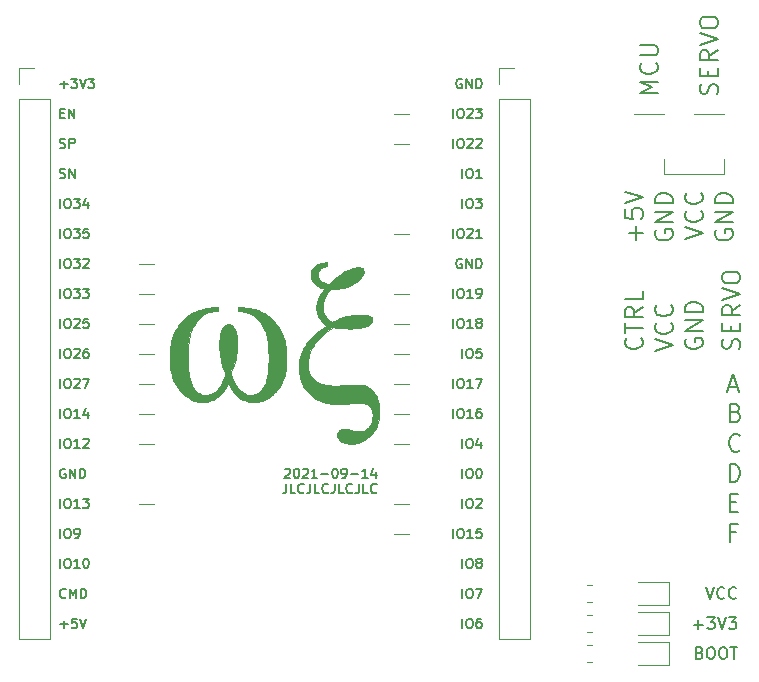
<source format=gbr>
%TF.GenerationSoftware,KiCad,Pcbnew,5.1.10-88a1d61d58~90~ubuntu20.04.1*%
%TF.CreationDate,2021-09-14T21:11:22+00:00*%
%TF.ProjectId,WifiServoBridge,57696669-5365-4727-966f-427269646765,rev?*%
%TF.SameCoordinates,Original*%
%TF.FileFunction,Legend,Top*%
%TF.FilePolarity,Positive*%
%FSLAX46Y46*%
G04 Gerber Fmt 4.6, Leading zero omitted, Abs format (unit mm)*
G04 Created by KiCad (PCBNEW 5.1.10-88a1d61d58~90~ubuntu20.04.1) date 2021-09-14 21:11:22*
%MOMM*%
%LPD*%
G01*
G04 APERTURE LIST*
%ADD10C,0.150000*%
%ADD11C,0.120000*%
%ADD12C,0.010000*%
G04 APERTURE END LIST*
D10*
X408096785Y81351428D02*
X408239642Y81303809D01*
X408287261Y81256190D01*
X408334880Y81160952D01*
X408334880Y81018095D01*
X408287261Y80922857D01*
X408239642Y80875238D01*
X408144404Y80827619D01*
X407763452Y80827619D01*
X407763452Y81827619D01*
X408096785Y81827619D01*
X408192023Y81780000D01*
X408239642Y81732380D01*
X408287261Y81637142D01*
X408287261Y81541904D01*
X408239642Y81446666D01*
X408192023Y81399047D01*
X408096785Y81351428D01*
X407763452Y81351428D01*
X408953928Y81827619D02*
X409144404Y81827619D01*
X409239642Y81780000D01*
X409334880Y81684761D01*
X409382500Y81494285D01*
X409382500Y81160952D01*
X409334880Y80970476D01*
X409239642Y80875238D01*
X409144404Y80827619D01*
X408953928Y80827619D01*
X408858690Y80875238D01*
X408763452Y80970476D01*
X408715833Y81160952D01*
X408715833Y81494285D01*
X408763452Y81684761D01*
X408858690Y81780000D01*
X408953928Y81827619D01*
X410001547Y81827619D02*
X410192023Y81827619D01*
X410287261Y81780000D01*
X410382500Y81684761D01*
X410430119Y81494285D01*
X410430119Y81160952D01*
X410382500Y80970476D01*
X410287261Y80875238D01*
X410192023Y80827619D01*
X410001547Y80827619D01*
X409906309Y80875238D01*
X409811071Y80970476D01*
X409763452Y81160952D01*
X409763452Y81494285D01*
X409811071Y81684761D01*
X409906309Y81780000D01*
X410001547Y81827619D01*
X410715833Y81827619D02*
X411287261Y81827619D01*
X411001547Y80827619D02*
X411001547Y81827619D01*
X407620595Y83748571D02*
X408382500Y83748571D01*
X408001547Y83367619D02*
X408001547Y84129523D01*
X408763452Y84367619D02*
X409382500Y84367619D01*
X409049166Y83986666D01*
X409192023Y83986666D01*
X409287261Y83939047D01*
X409334880Y83891428D01*
X409382500Y83796190D01*
X409382500Y83558095D01*
X409334880Y83462857D01*
X409287261Y83415238D01*
X409192023Y83367619D01*
X408906309Y83367619D01*
X408811071Y83415238D01*
X408763452Y83462857D01*
X409668214Y84367619D02*
X410001547Y83367619D01*
X410334880Y84367619D01*
X410572976Y84367619D02*
X411192023Y84367619D01*
X410858690Y83986666D01*
X411001547Y83986666D01*
X411096785Y83939047D01*
X411144404Y83891428D01*
X411192023Y83796190D01*
X411192023Y83558095D01*
X411144404Y83462857D01*
X411096785Y83415238D01*
X411001547Y83367619D01*
X410715833Y83367619D01*
X410620595Y83415238D01*
X410572976Y83462857D01*
X408620595Y86907619D02*
X408953928Y85907619D01*
X409287261Y86907619D01*
X410192023Y86002857D02*
X410144404Y85955238D01*
X410001547Y85907619D01*
X409906309Y85907619D01*
X409763452Y85955238D01*
X409668214Y86050476D01*
X409620595Y86145714D01*
X409572976Y86336190D01*
X409572976Y86479047D01*
X409620595Y86669523D01*
X409668214Y86764761D01*
X409763452Y86860000D01*
X409906309Y86907619D01*
X410001547Y86907619D01*
X410144404Y86860000D01*
X410192023Y86812380D01*
X411192023Y86002857D02*
X411144404Y85955238D01*
X411001547Y85907619D01*
X410906309Y85907619D01*
X410763452Y85955238D01*
X410668214Y86050476D01*
X410620595Y86145714D01*
X410572976Y86336190D01*
X410572976Y86479047D01*
X410620595Y86669523D01*
X410668214Y86764761D01*
X410763452Y86860000D01*
X410906309Y86907619D01*
X411001547Y86907619D01*
X411144404Y86860000D01*
X411192023Y86812380D01*
D11*
X360680000Y111760000D02*
X361950000Y111760000D01*
X360680000Y114300000D02*
X361950000Y114300000D01*
X360680000Y104140000D02*
X361950000Y104140000D01*
X360680000Y106680000D02*
X361950000Y106680000D01*
X360680000Y109220000D02*
X361950000Y109220000D01*
X382270000Y127000000D02*
X383540000Y127000000D01*
X382270000Y124460000D02*
X383540000Y124460000D01*
X382270000Y116840000D02*
X383540000Y116840000D01*
X382270000Y111760000D02*
X383540000Y111760000D01*
X382270000Y109220000D02*
X383540000Y109220000D01*
X382270000Y104140000D02*
X383540000Y104140000D01*
X382270000Y101600000D02*
X383540000Y101600000D01*
X382270000Y91440000D02*
X383540000Y91440000D01*
X361950000Y101600000D02*
X360680000Y101600000D01*
X361950000Y93980000D02*
X360680000Y93980000D01*
X361950000Y99060000D02*
X360680000Y99060000D01*
X382270000Y106680000D02*
X383540000Y106680000D01*
X383540000Y99060000D02*
X382270000Y99060000D01*
X382270000Y93980000D02*
X383540000Y93980000D01*
D10*
X372978690Y96881904D02*
X373016785Y96920000D01*
X373092976Y96958095D01*
X373283452Y96958095D01*
X373359642Y96920000D01*
X373397738Y96881904D01*
X373435833Y96805714D01*
X373435833Y96729523D01*
X373397738Y96615238D01*
X372940595Y96158095D01*
X373435833Y96158095D01*
X373931071Y96958095D02*
X374007261Y96958095D01*
X374083452Y96920000D01*
X374121547Y96881904D01*
X374159642Y96805714D01*
X374197738Y96653333D01*
X374197738Y96462857D01*
X374159642Y96310476D01*
X374121547Y96234285D01*
X374083452Y96196190D01*
X374007261Y96158095D01*
X373931071Y96158095D01*
X373854880Y96196190D01*
X373816785Y96234285D01*
X373778690Y96310476D01*
X373740595Y96462857D01*
X373740595Y96653333D01*
X373778690Y96805714D01*
X373816785Y96881904D01*
X373854880Y96920000D01*
X373931071Y96958095D01*
X374502500Y96881904D02*
X374540595Y96920000D01*
X374616785Y96958095D01*
X374807261Y96958095D01*
X374883452Y96920000D01*
X374921547Y96881904D01*
X374959642Y96805714D01*
X374959642Y96729523D01*
X374921547Y96615238D01*
X374464404Y96158095D01*
X374959642Y96158095D01*
X375721547Y96158095D02*
X375264404Y96158095D01*
X375492976Y96158095D02*
X375492976Y96958095D01*
X375416785Y96843809D01*
X375340595Y96767619D01*
X375264404Y96729523D01*
X376064404Y96462857D02*
X376673928Y96462857D01*
X377207261Y96958095D02*
X377283452Y96958095D01*
X377359642Y96920000D01*
X377397738Y96881904D01*
X377435833Y96805714D01*
X377473928Y96653333D01*
X377473928Y96462857D01*
X377435833Y96310476D01*
X377397738Y96234285D01*
X377359642Y96196190D01*
X377283452Y96158095D01*
X377207261Y96158095D01*
X377131071Y96196190D01*
X377092976Y96234285D01*
X377054880Y96310476D01*
X377016785Y96462857D01*
X377016785Y96653333D01*
X377054880Y96805714D01*
X377092976Y96881904D01*
X377131071Y96920000D01*
X377207261Y96958095D01*
X377854880Y96158095D02*
X378007261Y96158095D01*
X378083452Y96196190D01*
X378121547Y96234285D01*
X378197738Y96348571D01*
X378235833Y96500952D01*
X378235833Y96805714D01*
X378197738Y96881904D01*
X378159642Y96920000D01*
X378083452Y96958095D01*
X377931071Y96958095D01*
X377854880Y96920000D01*
X377816785Y96881904D01*
X377778690Y96805714D01*
X377778690Y96615238D01*
X377816785Y96539047D01*
X377854880Y96500952D01*
X377931071Y96462857D01*
X378083452Y96462857D01*
X378159642Y96500952D01*
X378197738Y96539047D01*
X378235833Y96615238D01*
X378578690Y96462857D02*
X379188214Y96462857D01*
X379988214Y96158095D02*
X379531071Y96158095D01*
X379759642Y96158095D02*
X379759642Y96958095D01*
X379683452Y96843809D01*
X379607261Y96767619D01*
X379531071Y96729523D01*
X380673928Y96691428D02*
X380673928Y96158095D01*
X380483452Y96996190D02*
X380292976Y96424761D01*
X380788214Y96424761D01*
X373092976Y95688095D02*
X373092976Y95116666D01*
X373054880Y95002380D01*
X372978690Y94926190D01*
X372864404Y94888095D01*
X372788214Y94888095D01*
X373854880Y94888095D02*
X373473928Y94888095D01*
X373473928Y95688095D01*
X374578690Y94964285D02*
X374540595Y94926190D01*
X374426309Y94888095D01*
X374350119Y94888095D01*
X374235833Y94926190D01*
X374159642Y95002380D01*
X374121547Y95078571D01*
X374083452Y95230952D01*
X374083452Y95345238D01*
X374121547Y95497619D01*
X374159642Y95573809D01*
X374235833Y95650000D01*
X374350119Y95688095D01*
X374426309Y95688095D01*
X374540595Y95650000D01*
X374578690Y95611904D01*
X375150119Y95688095D02*
X375150119Y95116666D01*
X375112023Y95002380D01*
X375035833Y94926190D01*
X374921547Y94888095D01*
X374845357Y94888095D01*
X375912023Y94888095D02*
X375531071Y94888095D01*
X375531071Y95688095D01*
X376635833Y94964285D02*
X376597738Y94926190D01*
X376483452Y94888095D01*
X376407261Y94888095D01*
X376292976Y94926190D01*
X376216785Y95002380D01*
X376178690Y95078571D01*
X376140595Y95230952D01*
X376140595Y95345238D01*
X376178690Y95497619D01*
X376216785Y95573809D01*
X376292976Y95650000D01*
X376407261Y95688095D01*
X376483452Y95688095D01*
X376597738Y95650000D01*
X376635833Y95611904D01*
X377207261Y95688095D02*
X377207261Y95116666D01*
X377169166Y95002380D01*
X377092976Y94926190D01*
X376978690Y94888095D01*
X376902500Y94888095D01*
X377969166Y94888095D02*
X377588214Y94888095D01*
X377588214Y95688095D01*
X378692976Y94964285D02*
X378654880Y94926190D01*
X378540595Y94888095D01*
X378464404Y94888095D01*
X378350119Y94926190D01*
X378273928Y95002380D01*
X378235833Y95078571D01*
X378197738Y95230952D01*
X378197738Y95345238D01*
X378235833Y95497619D01*
X378273928Y95573809D01*
X378350119Y95650000D01*
X378464404Y95688095D01*
X378540595Y95688095D01*
X378654880Y95650000D01*
X378692976Y95611904D01*
X379264404Y95688095D02*
X379264404Y95116666D01*
X379226309Y95002380D01*
X379150119Y94926190D01*
X379035833Y94888095D01*
X378959642Y94888095D01*
X380026309Y94888095D02*
X379645357Y94888095D01*
X379645357Y95688095D01*
X380750119Y94964285D02*
X380712023Y94926190D01*
X380597738Y94888095D01*
X380521547Y94888095D01*
X380407261Y94926190D01*
X380331071Y95002380D01*
X380292976Y95078571D01*
X380254880Y95230952D01*
X380254880Y95345238D01*
X380292976Y95497619D01*
X380331071Y95573809D01*
X380407261Y95650000D01*
X380521547Y95688095D01*
X380597738Y95688095D01*
X380712023Y95650000D01*
X380750119Y95611904D01*
X388002023Y83458095D02*
X388002023Y84258095D01*
X388535357Y84258095D02*
X388687738Y84258095D01*
X388763928Y84220000D01*
X388840119Y84143809D01*
X388878214Y83991428D01*
X388878214Y83724761D01*
X388840119Y83572380D01*
X388763928Y83496190D01*
X388687738Y83458095D01*
X388535357Y83458095D01*
X388459166Y83496190D01*
X388382976Y83572380D01*
X388344880Y83724761D01*
X388344880Y83991428D01*
X388382976Y84143809D01*
X388459166Y84220000D01*
X388535357Y84258095D01*
X389563928Y84258095D02*
X389411547Y84258095D01*
X389335357Y84220000D01*
X389297261Y84181904D01*
X389221071Y84067619D01*
X389182976Y83915238D01*
X389182976Y83610476D01*
X389221071Y83534285D01*
X389259166Y83496190D01*
X389335357Y83458095D01*
X389487738Y83458095D01*
X389563928Y83496190D01*
X389602023Y83534285D01*
X389640119Y83610476D01*
X389640119Y83800952D01*
X389602023Y83877142D01*
X389563928Y83915238D01*
X389487738Y83953333D01*
X389335357Y83953333D01*
X389259166Y83915238D01*
X389221071Y83877142D01*
X389182976Y83800952D01*
X388002023Y85998095D02*
X388002023Y86798095D01*
X388535357Y86798095D02*
X388687738Y86798095D01*
X388763928Y86760000D01*
X388840119Y86683809D01*
X388878214Y86531428D01*
X388878214Y86264761D01*
X388840119Y86112380D01*
X388763928Y86036190D01*
X388687738Y85998095D01*
X388535357Y85998095D01*
X388459166Y86036190D01*
X388382976Y86112380D01*
X388344880Y86264761D01*
X388344880Y86531428D01*
X388382976Y86683809D01*
X388459166Y86760000D01*
X388535357Y86798095D01*
X389144880Y86798095D02*
X389678214Y86798095D01*
X389335357Y85998095D01*
X388002023Y88538095D02*
X388002023Y89338095D01*
X388535357Y89338095D02*
X388687738Y89338095D01*
X388763928Y89300000D01*
X388840119Y89223809D01*
X388878214Y89071428D01*
X388878214Y88804761D01*
X388840119Y88652380D01*
X388763928Y88576190D01*
X388687738Y88538095D01*
X388535357Y88538095D01*
X388459166Y88576190D01*
X388382976Y88652380D01*
X388344880Y88804761D01*
X388344880Y89071428D01*
X388382976Y89223809D01*
X388459166Y89300000D01*
X388535357Y89338095D01*
X389335357Y88995238D02*
X389259166Y89033333D01*
X389221071Y89071428D01*
X389182976Y89147619D01*
X389182976Y89185714D01*
X389221071Y89261904D01*
X389259166Y89300000D01*
X389335357Y89338095D01*
X389487738Y89338095D01*
X389563928Y89300000D01*
X389602023Y89261904D01*
X389640119Y89185714D01*
X389640119Y89147619D01*
X389602023Y89071428D01*
X389563928Y89033333D01*
X389487738Y88995238D01*
X389335357Y88995238D01*
X389259166Y88957142D01*
X389221071Y88919047D01*
X389182976Y88842857D01*
X389182976Y88690476D01*
X389221071Y88614285D01*
X389259166Y88576190D01*
X389335357Y88538095D01*
X389487738Y88538095D01*
X389563928Y88576190D01*
X389602023Y88614285D01*
X389640119Y88690476D01*
X389640119Y88842857D01*
X389602023Y88919047D01*
X389563928Y88957142D01*
X389487738Y88995238D01*
X387240119Y91078095D02*
X387240119Y91878095D01*
X387773452Y91878095D02*
X387925833Y91878095D01*
X388002023Y91840000D01*
X388078214Y91763809D01*
X388116309Y91611428D01*
X388116309Y91344761D01*
X388078214Y91192380D01*
X388002023Y91116190D01*
X387925833Y91078095D01*
X387773452Y91078095D01*
X387697261Y91116190D01*
X387621071Y91192380D01*
X387582976Y91344761D01*
X387582976Y91611428D01*
X387621071Y91763809D01*
X387697261Y91840000D01*
X387773452Y91878095D01*
X388878214Y91078095D02*
X388421071Y91078095D01*
X388649642Y91078095D02*
X388649642Y91878095D01*
X388573452Y91763809D01*
X388497261Y91687619D01*
X388421071Y91649523D01*
X389602023Y91878095D02*
X389221071Y91878095D01*
X389182976Y91497142D01*
X389221071Y91535238D01*
X389297261Y91573333D01*
X389487738Y91573333D01*
X389563928Y91535238D01*
X389602023Y91497142D01*
X389640119Y91420952D01*
X389640119Y91230476D01*
X389602023Y91154285D01*
X389563928Y91116190D01*
X389487738Y91078095D01*
X389297261Y91078095D01*
X389221071Y91116190D01*
X389182976Y91154285D01*
X388002023Y93618095D02*
X388002023Y94418095D01*
X388535357Y94418095D02*
X388687738Y94418095D01*
X388763928Y94380000D01*
X388840119Y94303809D01*
X388878214Y94151428D01*
X388878214Y93884761D01*
X388840119Y93732380D01*
X388763928Y93656190D01*
X388687738Y93618095D01*
X388535357Y93618095D01*
X388459166Y93656190D01*
X388382976Y93732380D01*
X388344880Y93884761D01*
X388344880Y94151428D01*
X388382976Y94303809D01*
X388459166Y94380000D01*
X388535357Y94418095D01*
X389182976Y94341904D02*
X389221071Y94380000D01*
X389297261Y94418095D01*
X389487738Y94418095D01*
X389563928Y94380000D01*
X389602023Y94341904D01*
X389640119Y94265714D01*
X389640119Y94189523D01*
X389602023Y94075238D01*
X389144880Y93618095D01*
X389640119Y93618095D01*
X388002023Y96158095D02*
X388002023Y96958095D01*
X388535357Y96958095D02*
X388687738Y96958095D01*
X388763928Y96920000D01*
X388840119Y96843809D01*
X388878214Y96691428D01*
X388878214Y96424761D01*
X388840119Y96272380D01*
X388763928Y96196190D01*
X388687738Y96158095D01*
X388535357Y96158095D01*
X388459166Y96196190D01*
X388382976Y96272380D01*
X388344880Y96424761D01*
X388344880Y96691428D01*
X388382976Y96843809D01*
X388459166Y96920000D01*
X388535357Y96958095D01*
X389373452Y96958095D02*
X389449642Y96958095D01*
X389525833Y96920000D01*
X389563928Y96881904D01*
X389602023Y96805714D01*
X389640119Y96653333D01*
X389640119Y96462857D01*
X389602023Y96310476D01*
X389563928Y96234285D01*
X389525833Y96196190D01*
X389449642Y96158095D01*
X389373452Y96158095D01*
X389297261Y96196190D01*
X389259166Y96234285D01*
X389221071Y96310476D01*
X389182976Y96462857D01*
X389182976Y96653333D01*
X389221071Y96805714D01*
X389259166Y96881904D01*
X389297261Y96920000D01*
X389373452Y96958095D01*
X388002023Y98698095D02*
X388002023Y99498095D01*
X388535357Y99498095D02*
X388687738Y99498095D01*
X388763928Y99460000D01*
X388840119Y99383809D01*
X388878214Y99231428D01*
X388878214Y98964761D01*
X388840119Y98812380D01*
X388763928Y98736190D01*
X388687738Y98698095D01*
X388535357Y98698095D01*
X388459166Y98736190D01*
X388382976Y98812380D01*
X388344880Y98964761D01*
X388344880Y99231428D01*
X388382976Y99383809D01*
X388459166Y99460000D01*
X388535357Y99498095D01*
X389563928Y99231428D02*
X389563928Y98698095D01*
X389373452Y99536190D02*
X389182976Y98964761D01*
X389678214Y98964761D01*
X387240119Y101238095D02*
X387240119Y102038095D01*
X387773452Y102038095D02*
X387925833Y102038095D01*
X388002023Y102000000D01*
X388078214Y101923809D01*
X388116309Y101771428D01*
X388116309Y101504761D01*
X388078214Y101352380D01*
X388002023Y101276190D01*
X387925833Y101238095D01*
X387773452Y101238095D01*
X387697261Y101276190D01*
X387621071Y101352380D01*
X387582976Y101504761D01*
X387582976Y101771428D01*
X387621071Y101923809D01*
X387697261Y102000000D01*
X387773452Y102038095D01*
X388878214Y101238095D02*
X388421071Y101238095D01*
X388649642Y101238095D02*
X388649642Y102038095D01*
X388573452Y101923809D01*
X388497261Y101847619D01*
X388421071Y101809523D01*
X389563928Y102038095D02*
X389411547Y102038095D01*
X389335357Y102000000D01*
X389297261Y101961904D01*
X389221071Y101847619D01*
X389182976Y101695238D01*
X389182976Y101390476D01*
X389221071Y101314285D01*
X389259166Y101276190D01*
X389335357Y101238095D01*
X389487738Y101238095D01*
X389563928Y101276190D01*
X389602023Y101314285D01*
X389640119Y101390476D01*
X389640119Y101580952D01*
X389602023Y101657142D01*
X389563928Y101695238D01*
X389487738Y101733333D01*
X389335357Y101733333D01*
X389259166Y101695238D01*
X389221071Y101657142D01*
X389182976Y101580952D01*
X387240119Y103778095D02*
X387240119Y104578095D01*
X387773452Y104578095D02*
X387925833Y104578095D01*
X388002023Y104540000D01*
X388078214Y104463809D01*
X388116309Y104311428D01*
X388116309Y104044761D01*
X388078214Y103892380D01*
X388002023Y103816190D01*
X387925833Y103778095D01*
X387773452Y103778095D01*
X387697261Y103816190D01*
X387621071Y103892380D01*
X387582976Y104044761D01*
X387582976Y104311428D01*
X387621071Y104463809D01*
X387697261Y104540000D01*
X387773452Y104578095D01*
X388878214Y103778095D02*
X388421071Y103778095D01*
X388649642Y103778095D02*
X388649642Y104578095D01*
X388573452Y104463809D01*
X388497261Y104387619D01*
X388421071Y104349523D01*
X389144880Y104578095D02*
X389678214Y104578095D01*
X389335357Y103778095D01*
X388002023Y106318095D02*
X388002023Y107118095D01*
X388535357Y107118095D02*
X388687738Y107118095D01*
X388763928Y107080000D01*
X388840119Y107003809D01*
X388878214Y106851428D01*
X388878214Y106584761D01*
X388840119Y106432380D01*
X388763928Y106356190D01*
X388687738Y106318095D01*
X388535357Y106318095D01*
X388459166Y106356190D01*
X388382976Y106432380D01*
X388344880Y106584761D01*
X388344880Y106851428D01*
X388382976Y107003809D01*
X388459166Y107080000D01*
X388535357Y107118095D01*
X389602023Y107118095D02*
X389221071Y107118095D01*
X389182976Y106737142D01*
X389221071Y106775238D01*
X389297261Y106813333D01*
X389487738Y106813333D01*
X389563928Y106775238D01*
X389602023Y106737142D01*
X389640119Y106660952D01*
X389640119Y106470476D01*
X389602023Y106394285D01*
X389563928Y106356190D01*
X389487738Y106318095D01*
X389297261Y106318095D01*
X389221071Y106356190D01*
X389182976Y106394285D01*
X387240119Y108858095D02*
X387240119Y109658095D01*
X387773452Y109658095D02*
X387925833Y109658095D01*
X388002023Y109620000D01*
X388078214Y109543809D01*
X388116309Y109391428D01*
X388116309Y109124761D01*
X388078214Y108972380D01*
X388002023Y108896190D01*
X387925833Y108858095D01*
X387773452Y108858095D01*
X387697261Y108896190D01*
X387621071Y108972380D01*
X387582976Y109124761D01*
X387582976Y109391428D01*
X387621071Y109543809D01*
X387697261Y109620000D01*
X387773452Y109658095D01*
X388878214Y108858095D02*
X388421071Y108858095D01*
X388649642Y108858095D02*
X388649642Y109658095D01*
X388573452Y109543809D01*
X388497261Y109467619D01*
X388421071Y109429523D01*
X389335357Y109315238D02*
X389259166Y109353333D01*
X389221071Y109391428D01*
X389182976Y109467619D01*
X389182976Y109505714D01*
X389221071Y109581904D01*
X389259166Y109620000D01*
X389335357Y109658095D01*
X389487738Y109658095D01*
X389563928Y109620000D01*
X389602023Y109581904D01*
X389640119Y109505714D01*
X389640119Y109467619D01*
X389602023Y109391428D01*
X389563928Y109353333D01*
X389487738Y109315238D01*
X389335357Y109315238D01*
X389259166Y109277142D01*
X389221071Y109239047D01*
X389182976Y109162857D01*
X389182976Y109010476D01*
X389221071Y108934285D01*
X389259166Y108896190D01*
X389335357Y108858095D01*
X389487738Y108858095D01*
X389563928Y108896190D01*
X389602023Y108934285D01*
X389640119Y109010476D01*
X389640119Y109162857D01*
X389602023Y109239047D01*
X389563928Y109277142D01*
X389487738Y109315238D01*
X387240119Y111398095D02*
X387240119Y112198095D01*
X387773452Y112198095D02*
X387925833Y112198095D01*
X388002023Y112160000D01*
X388078214Y112083809D01*
X388116309Y111931428D01*
X388116309Y111664761D01*
X388078214Y111512380D01*
X388002023Y111436190D01*
X387925833Y111398095D01*
X387773452Y111398095D01*
X387697261Y111436190D01*
X387621071Y111512380D01*
X387582976Y111664761D01*
X387582976Y111931428D01*
X387621071Y112083809D01*
X387697261Y112160000D01*
X387773452Y112198095D01*
X388878214Y111398095D02*
X388421071Y111398095D01*
X388649642Y111398095D02*
X388649642Y112198095D01*
X388573452Y112083809D01*
X388497261Y112007619D01*
X388421071Y111969523D01*
X389259166Y111398095D02*
X389411547Y111398095D01*
X389487738Y111436190D01*
X389525833Y111474285D01*
X389602023Y111588571D01*
X389640119Y111740952D01*
X389640119Y112045714D01*
X389602023Y112121904D01*
X389563928Y112160000D01*
X389487738Y112198095D01*
X389335357Y112198095D01*
X389259166Y112160000D01*
X389221071Y112121904D01*
X389182976Y112045714D01*
X389182976Y111855238D01*
X389221071Y111779047D01*
X389259166Y111740952D01*
X389335357Y111702857D01*
X389487738Y111702857D01*
X389563928Y111740952D01*
X389602023Y111779047D01*
X389640119Y111855238D01*
X387963928Y114700000D02*
X387887738Y114738095D01*
X387773452Y114738095D01*
X387659166Y114700000D01*
X387582976Y114623809D01*
X387544880Y114547619D01*
X387506785Y114395238D01*
X387506785Y114280952D01*
X387544880Y114128571D01*
X387582976Y114052380D01*
X387659166Y113976190D01*
X387773452Y113938095D01*
X387849642Y113938095D01*
X387963928Y113976190D01*
X388002023Y114014285D01*
X388002023Y114280952D01*
X387849642Y114280952D01*
X388344880Y113938095D02*
X388344880Y114738095D01*
X388802023Y113938095D01*
X388802023Y114738095D01*
X389182976Y113938095D02*
X389182976Y114738095D01*
X389373452Y114738095D01*
X389487738Y114700000D01*
X389563928Y114623809D01*
X389602023Y114547619D01*
X389640119Y114395238D01*
X389640119Y114280952D01*
X389602023Y114128571D01*
X389563928Y114052380D01*
X389487738Y113976190D01*
X389373452Y113938095D01*
X389182976Y113938095D01*
X387240119Y116478095D02*
X387240119Y117278095D01*
X387773452Y117278095D02*
X387925833Y117278095D01*
X388002023Y117240000D01*
X388078214Y117163809D01*
X388116309Y117011428D01*
X388116309Y116744761D01*
X388078214Y116592380D01*
X388002023Y116516190D01*
X387925833Y116478095D01*
X387773452Y116478095D01*
X387697261Y116516190D01*
X387621071Y116592380D01*
X387582976Y116744761D01*
X387582976Y117011428D01*
X387621071Y117163809D01*
X387697261Y117240000D01*
X387773452Y117278095D01*
X388421071Y117201904D02*
X388459166Y117240000D01*
X388535357Y117278095D01*
X388725833Y117278095D01*
X388802023Y117240000D01*
X388840119Y117201904D01*
X388878214Y117125714D01*
X388878214Y117049523D01*
X388840119Y116935238D01*
X388382976Y116478095D01*
X388878214Y116478095D01*
X389640119Y116478095D02*
X389182976Y116478095D01*
X389411547Y116478095D02*
X389411547Y117278095D01*
X389335357Y117163809D01*
X389259166Y117087619D01*
X389182976Y117049523D01*
X388002023Y119018095D02*
X388002023Y119818095D01*
X388535357Y119818095D02*
X388687738Y119818095D01*
X388763928Y119780000D01*
X388840119Y119703809D01*
X388878214Y119551428D01*
X388878214Y119284761D01*
X388840119Y119132380D01*
X388763928Y119056190D01*
X388687738Y119018095D01*
X388535357Y119018095D01*
X388459166Y119056190D01*
X388382976Y119132380D01*
X388344880Y119284761D01*
X388344880Y119551428D01*
X388382976Y119703809D01*
X388459166Y119780000D01*
X388535357Y119818095D01*
X389144880Y119818095D02*
X389640119Y119818095D01*
X389373452Y119513333D01*
X389487738Y119513333D01*
X389563928Y119475238D01*
X389602023Y119437142D01*
X389640119Y119360952D01*
X389640119Y119170476D01*
X389602023Y119094285D01*
X389563928Y119056190D01*
X389487738Y119018095D01*
X389259166Y119018095D01*
X389182976Y119056190D01*
X389144880Y119094285D01*
X388002023Y121558095D02*
X388002023Y122358095D01*
X388535357Y122358095D02*
X388687738Y122358095D01*
X388763928Y122320000D01*
X388840119Y122243809D01*
X388878214Y122091428D01*
X388878214Y121824761D01*
X388840119Y121672380D01*
X388763928Y121596190D01*
X388687738Y121558095D01*
X388535357Y121558095D01*
X388459166Y121596190D01*
X388382976Y121672380D01*
X388344880Y121824761D01*
X388344880Y122091428D01*
X388382976Y122243809D01*
X388459166Y122320000D01*
X388535357Y122358095D01*
X389640119Y121558095D02*
X389182976Y121558095D01*
X389411547Y121558095D02*
X389411547Y122358095D01*
X389335357Y122243809D01*
X389259166Y122167619D01*
X389182976Y122129523D01*
X387240119Y124098095D02*
X387240119Y124898095D01*
X387773452Y124898095D02*
X387925833Y124898095D01*
X388002023Y124860000D01*
X388078214Y124783809D01*
X388116309Y124631428D01*
X388116309Y124364761D01*
X388078214Y124212380D01*
X388002023Y124136190D01*
X387925833Y124098095D01*
X387773452Y124098095D01*
X387697261Y124136190D01*
X387621071Y124212380D01*
X387582976Y124364761D01*
X387582976Y124631428D01*
X387621071Y124783809D01*
X387697261Y124860000D01*
X387773452Y124898095D01*
X388421071Y124821904D02*
X388459166Y124860000D01*
X388535357Y124898095D01*
X388725833Y124898095D01*
X388802023Y124860000D01*
X388840119Y124821904D01*
X388878214Y124745714D01*
X388878214Y124669523D01*
X388840119Y124555238D01*
X388382976Y124098095D01*
X388878214Y124098095D01*
X389182976Y124821904D02*
X389221071Y124860000D01*
X389297261Y124898095D01*
X389487738Y124898095D01*
X389563928Y124860000D01*
X389602023Y124821904D01*
X389640119Y124745714D01*
X389640119Y124669523D01*
X389602023Y124555238D01*
X389144880Y124098095D01*
X389640119Y124098095D01*
X387240119Y126638095D02*
X387240119Y127438095D01*
X387773452Y127438095D02*
X387925833Y127438095D01*
X388002023Y127400000D01*
X388078214Y127323809D01*
X388116309Y127171428D01*
X388116309Y126904761D01*
X388078214Y126752380D01*
X388002023Y126676190D01*
X387925833Y126638095D01*
X387773452Y126638095D01*
X387697261Y126676190D01*
X387621071Y126752380D01*
X387582976Y126904761D01*
X387582976Y127171428D01*
X387621071Y127323809D01*
X387697261Y127400000D01*
X387773452Y127438095D01*
X388421071Y127361904D02*
X388459166Y127400000D01*
X388535357Y127438095D01*
X388725833Y127438095D01*
X388802023Y127400000D01*
X388840119Y127361904D01*
X388878214Y127285714D01*
X388878214Y127209523D01*
X388840119Y127095238D01*
X388382976Y126638095D01*
X388878214Y126638095D01*
X389144880Y127438095D02*
X389640119Y127438095D01*
X389373452Y127133333D01*
X389487738Y127133333D01*
X389563928Y127095238D01*
X389602023Y127057142D01*
X389640119Y126980952D01*
X389640119Y126790476D01*
X389602023Y126714285D01*
X389563928Y126676190D01*
X389487738Y126638095D01*
X389259166Y126638095D01*
X389182976Y126676190D01*
X389144880Y126714285D01*
X387963928Y129940000D02*
X387887738Y129978095D01*
X387773452Y129978095D01*
X387659166Y129940000D01*
X387582976Y129863809D01*
X387544880Y129787619D01*
X387506785Y129635238D01*
X387506785Y129520952D01*
X387544880Y129368571D01*
X387582976Y129292380D01*
X387659166Y129216190D01*
X387773452Y129178095D01*
X387849642Y129178095D01*
X387963928Y129216190D01*
X388002023Y129254285D01*
X388002023Y129520952D01*
X387849642Y129520952D01*
X388344880Y129178095D02*
X388344880Y129978095D01*
X388802023Y129178095D01*
X388802023Y129978095D01*
X389182976Y129178095D02*
X389182976Y129978095D01*
X389373452Y129978095D01*
X389487738Y129940000D01*
X389563928Y129863809D01*
X389602023Y129787619D01*
X389640119Y129635238D01*
X389640119Y129520952D01*
X389602023Y129368571D01*
X389563928Y129292380D01*
X389487738Y129216190D01*
X389373452Y129178095D01*
X389182976Y129178095D01*
X353982976Y83762857D02*
X354592500Y83762857D01*
X354287738Y83458095D02*
X354287738Y84067619D01*
X355354404Y84258095D02*
X354973452Y84258095D01*
X354935357Y83877142D01*
X354973452Y83915238D01*
X355049642Y83953333D01*
X355240119Y83953333D01*
X355316309Y83915238D01*
X355354404Y83877142D01*
X355392500Y83800952D01*
X355392500Y83610476D01*
X355354404Y83534285D01*
X355316309Y83496190D01*
X355240119Y83458095D01*
X355049642Y83458095D01*
X354973452Y83496190D01*
X354935357Y83534285D01*
X355621071Y84258095D02*
X355887738Y83458095D01*
X356154404Y84258095D01*
X354440119Y86074285D02*
X354402023Y86036190D01*
X354287738Y85998095D01*
X354211547Y85998095D01*
X354097261Y86036190D01*
X354021071Y86112380D01*
X353982976Y86188571D01*
X353944880Y86340952D01*
X353944880Y86455238D01*
X353982976Y86607619D01*
X354021071Y86683809D01*
X354097261Y86760000D01*
X354211547Y86798095D01*
X354287738Y86798095D01*
X354402023Y86760000D01*
X354440119Y86721904D01*
X354782976Y85998095D02*
X354782976Y86798095D01*
X355049642Y86226666D01*
X355316309Y86798095D01*
X355316309Y85998095D01*
X355697261Y85998095D02*
X355697261Y86798095D01*
X355887738Y86798095D01*
X356002023Y86760000D01*
X356078214Y86683809D01*
X356116309Y86607619D01*
X356154404Y86455238D01*
X356154404Y86340952D01*
X356116309Y86188571D01*
X356078214Y86112380D01*
X356002023Y86036190D01*
X355887738Y85998095D01*
X355697261Y85998095D01*
X353982976Y88538095D02*
X353982976Y89338095D01*
X354516309Y89338095D02*
X354668690Y89338095D01*
X354744880Y89300000D01*
X354821071Y89223809D01*
X354859166Y89071428D01*
X354859166Y88804761D01*
X354821071Y88652380D01*
X354744880Y88576190D01*
X354668690Y88538095D01*
X354516309Y88538095D01*
X354440119Y88576190D01*
X354363928Y88652380D01*
X354325833Y88804761D01*
X354325833Y89071428D01*
X354363928Y89223809D01*
X354440119Y89300000D01*
X354516309Y89338095D01*
X355621071Y88538095D02*
X355163928Y88538095D01*
X355392500Y88538095D02*
X355392500Y89338095D01*
X355316309Y89223809D01*
X355240119Y89147619D01*
X355163928Y89109523D01*
X356116309Y89338095D02*
X356192500Y89338095D01*
X356268690Y89300000D01*
X356306785Y89261904D01*
X356344880Y89185714D01*
X356382976Y89033333D01*
X356382976Y88842857D01*
X356344880Y88690476D01*
X356306785Y88614285D01*
X356268690Y88576190D01*
X356192500Y88538095D01*
X356116309Y88538095D01*
X356040119Y88576190D01*
X356002023Y88614285D01*
X355963928Y88690476D01*
X355925833Y88842857D01*
X355925833Y89033333D01*
X355963928Y89185714D01*
X356002023Y89261904D01*
X356040119Y89300000D01*
X356116309Y89338095D01*
X353982976Y91078095D02*
X353982976Y91878095D01*
X354516309Y91878095D02*
X354668690Y91878095D01*
X354744880Y91840000D01*
X354821071Y91763809D01*
X354859166Y91611428D01*
X354859166Y91344761D01*
X354821071Y91192380D01*
X354744880Y91116190D01*
X354668690Y91078095D01*
X354516309Y91078095D01*
X354440119Y91116190D01*
X354363928Y91192380D01*
X354325833Y91344761D01*
X354325833Y91611428D01*
X354363928Y91763809D01*
X354440119Y91840000D01*
X354516309Y91878095D01*
X355240119Y91078095D02*
X355392500Y91078095D01*
X355468690Y91116190D01*
X355506785Y91154285D01*
X355582976Y91268571D01*
X355621071Y91420952D01*
X355621071Y91725714D01*
X355582976Y91801904D01*
X355544880Y91840000D01*
X355468690Y91878095D01*
X355316309Y91878095D01*
X355240119Y91840000D01*
X355202023Y91801904D01*
X355163928Y91725714D01*
X355163928Y91535238D01*
X355202023Y91459047D01*
X355240119Y91420952D01*
X355316309Y91382857D01*
X355468690Y91382857D01*
X355544880Y91420952D01*
X355582976Y91459047D01*
X355621071Y91535238D01*
X353982976Y93618095D02*
X353982976Y94418095D01*
X354516309Y94418095D02*
X354668690Y94418095D01*
X354744880Y94380000D01*
X354821071Y94303809D01*
X354859166Y94151428D01*
X354859166Y93884761D01*
X354821071Y93732380D01*
X354744880Y93656190D01*
X354668690Y93618095D01*
X354516309Y93618095D01*
X354440119Y93656190D01*
X354363928Y93732380D01*
X354325833Y93884761D01*
X354325833Y94151428D01*
X354363928Y94303809D01*
X354440119Y94380000D01*
X354516309Y94418095D01*
X355621071Y93618095D02*
X355163928Y93618095D01*
X355392500Y93618095D02*
X355392500Y94418095D01*
X355316309Y94303809D01*
X355240119Y94227619D01*
X355163928Y94189523D01*
X355887738Y94418095D02*
X356382976Y94418095D01*
X356116309Y94113333D01*
X356230595Y94113333D01*
X356306785Y94075238D01*
X356344880Y94037142D01*
X356382976Y93960952D01*
X356382976Y93770476D01*
X356344880Y93694285D01*
X356306785Y93656190D01*
X356230595Y93618095D01*
X356002023Y93618095D01*
X355925833Y93656190D01*
X355887738Y93694285D01*
X354402023Y96920000D02*
X354325833Y96958095D01*
X354211547Y96958095D01*
X354097261Y96920000D01*
X354021071Y96843809D01*
X353982976Y96767619D01*
X353944880Y96615238D01*
X353944880Y96500952D01*
X353982976Y96348571D01*
X354021071Y96272380D01*
X354097261Y96196190D01*
X354211547Y96158095D01*
X354287738Y96158095D01*
X354402023Y96196190D01*
X354440119Y96234285D01*
X354440119Y96500952D01*
X354287738Y96500952D01*
X354782976Y96158095D02*
X354782976Y96958095D01*
X355240119Y96158095D01*
X355240119Y96958095D01*
X355621071Y96158095D02*
X355621071Y96958095D01*
X355811547Y96958095D01*
X355925833Y96920000D01*
X356002023Y96843809D01*
X356040119Y96767619D01*
X356078214Y96615238D01*
X356078214Y96500952D01*
X356040119Y96348571D01*
X356002023Y96272380D01*
X355925833Y96196190D01*
X355811547Y96158095D01*
X355621071Y96158095D01*
X353982976Y98698095D02*
X353982976Y99498095D01*
X354516309Y99498095D02*
X354668690Y99498095D01*
X354744880Y99460000D01*
X354821071Y99383809D01*
X354859166Y99231428D01*
X354859166Y98964761D01*
X354821071Y98812380D01*
X354744880Y98736190D01*
X354668690Y98698095D01*
X354516309Y98698095D01*
X354440119Y98736190D01*
X354363928Y98812380D01*
X354325833Y98964761D01*
X354325833Y99231428D01*
X354363928Y99383809D01*
X354440119Y99460000D01*
X354516309Y99498095D01*
X355621071Y98698095D02*
X355163928Y98698095D01*
X355392500Y98698095D02*
X355392500Y99498095D01*
X355316309Y99383809D01*
X355240119Y99307619D01*
X355163928Y99269523D01*
X355925833Y99421904D02*
X355963928Y99460000D01*
X356040119Y99498095D01*
X356230595Y99498095D01*
X356306785Y99460000D01*
X356344880Y99421904D01*
X356382976Y99345714D01*
X356382976Y99269523D01*
X356344880Y99155238D01*
X355887738Y98698095D01*
X356382976Y98698095D01*
X353982976Y101238095D02*
X353982976Y102038095D01*
X354516309Y102038095D02*
X354668690Y102038095D01*
X354744880Y102000000D01*
X354821071Y101923809D01*
X354859166Y101771428D01*
X354859166Y101504761D01*
X354821071Y101352380D01*
X354744880Y101276190D01*
X354668690Y101238095D01*
X354516309Y101238095D01*
X354440119Y101276190D01*
X354363928Y101352380D01*
X354325833Y101504761D01*
X354325833Y101771428D01*
X354363928Y101923809D01*
X354440119Y102000000D01*
X354516309Y102038095D01*
X355621071Y101238095D02*
X355163928Y101238095D01*
X355392500Y101238095D02*
X355392500Y102038095D01*
X355316309Y101923809D01*
X355240119Y101847619D01*
X355163928Y101809523D01*
X356306785Y101771428D02*
X356306785Y101238095D01*
X356116309Y102076190D02*
X355925833Y101504761D01*
X356421071Y101504761D01*
X353982976Y103778095D02*
X353982976Y104578095D01*
X354516309Y104578095D02*
X354668690Y104578095D01*
X354744880Y104540000D01*
X354821071Y104463809D01*
X354859166Y104311428D01*
X354859166Y104044761D01*
X354821071Y103892380D01*
X354744880Y103816190D01*
X354668690Y103778095D01*
X354516309Y103778095D01*
X354440119Y103816190D01*
X354363928Y103892380D01*
X354325833Y104044761D01*
X354325833Y104311428D01*
X354363928Y104463809D01*
X354440119Y104540000D01*
X354516309Y104578095D01*
X355163928Y104501904D02*
X355202023Y104540000D01*
X355278214Y104578095D01*
X355468690Y104578095D01*
X355544880Y104540000D01*
X355582976Y104501904D01*
X355621071Y104425714D01*
X355621071Y104349523D01*
X355582976Y104235238D01*
X355125833Y103778095D01*
X355621071Y103778095D01*
X355887738Y104578095D02*
X356421071Y104578095D01*
X356078214Y103778095D01*
X353982976Y106318095D02*
X353982976Y107118095D01*
X354516309Y107118095D02*
X354668690Y107118095D01*
X354744880Y107080000D01*
X354821071Y107003809D01*
X354859166Y106851428D01*
X354859166Y106584761D01*
X354821071Y106432380D01*
X354744880Y106356190D01*
X354668690Y106318095D01*
X354516309Y106318095D01*
X354440119Y106356190D01*
X354363928Y106432380D01*
X354325833Y106584761D01*
X354325833Y106851428D01*
X354363928Y107003809D01*
X354440119Y107080000D01*
X354516309Y107118095D01*
X355163928Y107041904D02*
X355202023Y107080000D01*
X355278214Y107118095D01*
X355468690Y107118095D01*
X355544880Y107080000D01*
X355582976Y107041904D01*
X355621071Y106965714D01*
X355621071Y106889523D01*
X355582976Y106775238D01*
X355125833Y106318095D01*
X355621071Y106318095D01*
X356306785Y107118095D02*
X356154404Y107118095D01*
X356078214Y107080000D01*
X356040119Y107041904D01*
X355963928Y106927619D01*
X355925833Y106775238D01*
X355925833Y106470476D01*
X355963928Y106394285D01*
X356002023Y106356190D01*
X356078214Y106318095D01*
X356230595Y106318095D01*
X356306785Y106356190D01*
X356344880Y106394285D01*
X356382976Y106470476D01*
X356382976Y106660952D01*
X356344880Y106737142D01*
X356306785Y106775238D01*
X356230595Y106813333D01*
X356078214Y106813333D01*
X356002023Y106775238D01*
X355963928Y106737142D01*
X355925833Y106660952D01*
X353982976Y108858095D02*
X353982976Y109658095D01*
X354516309Y109658095D02*
X354668690Y109658095D01*
X354744880Y109620000D01*
X354821071Y109543809D01*
X354859166Y109391428D01*
X354859166Y109124761D01*
X354821071Y108972380D01*
X354744880Y108896190D01*
X354668690Y108858095D01*
X354516309Y108858095D01*
X354440119Y108896190D01*
X354363928Y108972380D01*
X354325833Y109124761D01*
X354325833Y109391428D01*
X354363928Y109543809D01*
X354440119Y109620000D01*
X354516309Y109658095D01*
X355163928Y109581904D02*
X355202023Y109620000D01*
X355278214Y109658095D01*
X355468690Y109658095D01*
X355544880Y109620000D01*
X355582976Y109581904D01*
X355621071Y109505714D01*
X355621071Y109429523D01*
X355582976Y109315238D01*
X355125833Y108858095D01*
X355621071Y108858095D01*
X356344880Y109658095D02*
X355963928Y109658095D01*
X355925833Y109277142D01*
X355963928Y109315238D01*
X356040119Y109353333D01*
X356230595Y109353333D01*
X356306785Y109315238D01*
X356344880Y109277142D01*
X356382976Y109200952D01*
X356382976Y109010476D01*
X356344880Y108934285D01*
X356306785Y108896190D01*
X356230595Y108858095D01*
X356040119Y108858095D01*
X355963928Y108896190D01*
X355925833Y108934285D01*
X353982976Y111398095D02*
X353982976Y112198095D01*
X354516309Y112198095D02*
X354668690Y112198095D01*
X354744880Y112160000D01*
X354821071Y112083809D01*
X354859166Y111931428D01*
X354859166Y111664761D01*
X354821071Y111512380D01*
X354744880Y111436190D01*
X354668690Y111398095D01*
X354516309Y111398095D01*
X354440119Y111436190D01*
X354363928Y111512380D01*
X354325833Y111664761D01*
X354325833Y111931428D01*
X354363928Y112083809D01*
X354440119Y112160000D01*
X354516309Y112198095D01*
X355125833Y112198095D02*
X355621071Y112198095D01*
X355354404Y111893333D01*
X355468690Y111893333D01*
X355544880Y111855238D01*
X355582976Y111817142D01*
X355621071Y111740952D01*
X355621071Y111550476D01*
X355582976Y111474285D01*
X355544880Y111436190D01*
X355468690Y111398095D01*
X355240119Y111398095D01*
X355163928Y111436190D01*
X355125833Y111474285D01*
X355887738Y112198095D02*
X356382976Y112198095D01*
X356116309Y111893333D01*
X356230595Y111893333D01*
X356306785Y111855238D01*
X356344880Y111817142D01*
X356382976Y111740952D01*
X356382976Y111550476D01*
X356344880Y111474285D01*
X356306785Y111436190D01*
X356230595Y111398095D01*
X356002023Y111398095D01*
X355925833Y111436190D01*
X355887738Y111474285D01*
X353982976Y113938095D02*
X353982976Y114738095D01*
X354516309Y114738095D02*
X354668690Y114738095D01*
X354744880Y114700000D01*
X354821071Y114623809D01*
X354859166Y114471428D01*
X354859166Y114204761D01*
X354821071Y114052380D01*
X354744880Y113976190D01*
X354668690Y113938095D01*
X354516309Y113938095D01*
X354440119Y113976190D01*
X354363928Y114052380D01*
X354325833Y114204761D01*
X354325833Y114471428D01*
X354363928Y114623809D01*
X354440119Y114700000D01*
X354516309Y114738095D01*
X355125833Y114738095D02*
X355621071Y114738095D01*
X355354404Y114433333D01*
X355468690Y114433333D01*
X355544880Y114395238D01*
X355582976Y114357142D01*
X355621071Y114280952D01*
X355621071Y114090476D01*
X355582976Y114014285D01*
X355544880Y113976190D01*
X355468690Y113938095D01*
X355240119Y113938095D01*
X355163928Y113976190D01*
X355125833Y114014285D01*
X355925833Y114661904D02*
X355963928Y114700000D01*
X356040119Y114738095D01*
X356230595Y114738095D01*
X356306785Y114700000D01*
X356344880Y114661904D01*
X356382976Y114585714D01*
X356382976Y114509523D01*
X356344880Y114395238D01*
X355887738Y113938095D01*
X356382976Y113938095D01*
X353982976Y116478095D02*
X353982976Y117278095D01*
X354516309Y117278095D02*
X354668690Y117278095D01*
X354744880Y117240000D01*
X354821071Y117163809D01*
X354859166Y117011428D01*
X354859166Y116744761D01*
X354821071Y116592380D01*
X354744880Y116516190D01*
X354668690Y116478095D01*
X354516309Y116478095D01*
X354440119Y116516190D01*
X354363928Y116592380D01*
X354325833Y116744761D01*
X354325833Y117011428D01*
X354363928Y117163809D01*
X354440119Y117240000D01*
X354516309Y117278095D01*
X355125833Y117278095D02*
X355621071Y117278095D01*
X355354404Y116973333D01*
X355468690Y116973333D01*
X355544880Y116935238D01*
X355582976Y116897142D01*
X355621071Y116820952D01*
X355621071Y116630476D01*
X355582976Y116554285D01*
X355544880Y116516190D01*
X355468690Y116478095D01*
X355240119Y116478095D01*
X355163928Y116516190D01*
X355125833Y116554285D01*
X356344880Y117278095D02*
X355963928Y117278095D01*
X355925833Y116897142D01*
X355963928Y116935238D01*
X356040119Y116973333D01*
X356230595Y116973333D01*
X356306785Y116935238D01*
X356344880Y116897142D01*
X356382976Y116820952D01*
X356382976Y116630476D01*
X356344880Y116554285D01*
X356306785Y116516190D01*
X356230595Y116478095D01*
X356040119Y116478095D01*
X355963928Y116516190D01*
X355925833Y116554285D01*
X353982976Y119018095D02*
X353982976Y119818095D01*
X354516309Y119818095D02*
X354668690Y119818095D01*
X354744880Y119780000D01*
X354821071Y119703809D01*
X354859166Y119551428D01*
X354859166Y119284761D01*
X354821071Y119132380D01*
X354744880Y119056190D01*
X354668690Y119018095D01*
X354516309Y119018095D01*
X354440119Y119056190D01*
X354363928Y119132380D01*
X354325833Y119284761D01*
X354325833Y119551428D01*
X354363928Y119703809D01*
X354440119Y119780000D01*
X354516309Y119818095D01*
X355125833Y119818095D02*
X355621071Y119818095D01*
X355354404Y119513333D01*
X355468690Y119513333D01*
X355544880Y119475238D01*
X355582976Y119437142D01*
X355621071Y119360952D01*
X355621071Y119170476D01*
X355582976Y119094285D01*
X355544880Y119056190D01*
X355468690Y119018095D01*
X355240119Y119018095D01*
X355163928Y119056190D01*
X355125833Y119094285D01*
X356306785Y119551428D02*
X356306785Y119018095D01*
X356116309Y119856190D02*
X355925833Y119284761D01*
X356421071Y119284761D01*
X353944880Y121596190D02*
X354059166Y121558095D01*
X354249642Y121558095D01*
X354325833Y121596190D01*
X354363928Y121634285D01*
X354402023Y121710476D01*
X354402023Y121786666D01*
X354363928Y121862857D01*
X354325833Y121900952D01*
X354249642Y121939047D01*
X354097261Y121977142D01*
X354021071Y122015238D01*
X353982976Y122053333D01*
X353944880Y122129523D01*
X353944880Y122205714D01*
X353982976Y122281904D01*
X354021071Y122320000D01*
X354097261Y122358095D01*
X354287738Y122358095D01*
X354402023Y122320000D01*
X354744880Y121558095D02*
X354744880Y122358095D01*
X355202023Y121558095D01*
X355202023Y122358095D01*
X353944880Y124136190D02*
X354059166Y124098095D01*
X354249642Y124098095D01*
X354325833Y124136190D01*
X354363928Y124174285D01*
X354402023Y124250476D01*
X354402023Y124326666D01*
X354363928Y124402857D01*
X354325833Y124440952D01*
X354249642Y124479047D01*
X354097261Y124517142D01*
X354021071Y124555238D01*
X353982976Y124593333D01*
X353944880Y124669523D01*
X353944880Y124745714D01*
X353982976Y124821904D01*
X354021071Y124860000D01*
X354097261Y124898095D01*
X354287738Y124898095D01*
X354402023Y124860000D01*
X354744880Y124098095D02*
X354744880Y124898095D01*
X355049642Y124898095D01*
X355125833Y124860000D01*
X355163928Y124821904D01*
X355202023Y124745714D01*
X355202023Y124631428D01*
X355163928Y124555238D01*
X355125833Y124517142D01*
X355049642Y124479047D01*
X354744880Y124479047D01*
X353982976Y127057142D02*
X354249642Y127057142D01*
X354363928Y126638095D02*
X353982976Y126638095D01*
X353982976Y127438095D01*
X354363928Y127438095D01*
X354706785Y126638095D02*
X354706785Y127438095D01*
X355163928Y126638095D01*
X355163928Y127438095D01*
X353982976Y129482857D02*
X354592500Y129482857D01*
X354287738Y129178095D02*
X354287738Y129787619D01*
X354897261Y129978095D02*
X355392500Y129978095D01*
X355125833Y129673333D01*
X355240119Y129673333D01*
X355316309Y129635238D01*
X355354404Y129597142D01*
X355392500Y129520952D01*
X355392500Y129330476D01*
X355354404Y129254285D01*
X355316309Y129216190D01*
X355240119Y129178095D01*
X355011547Y129178095D01*
X354935357Y129216190D01*
X354897261Y129254285D01*
X355621071Y129978095D02*
X355887738Y129178095D01*
X356154404Y129978095D01*
X356344880Y129978095D02*
X356840119Y129978095D01*
X356573452Y129673333D01*
X356687738Y129673333D01*
X356763928Y129635238D01*
X356802023Y129597142D01*
X356840119Y129520952D01*
X356840119Y129330476D01*
X356802023Y129254285D01*
X356763928Y129216190D01*
X356687738Y129178095D01*
X356459166Y129178095D01*
X356382976Y129216190D01*
X356344880Y129254285D01*
X409547142Y128653214D02*
X409618571Y128867500D01*
X409618571Y129224642D01*
X409547142Y129367500D01*
X409475714Y129438928D01*
X409332857Y129510357D01*
X409190000Y129510357D01*
X409047142Y129438928D01*
X408975714Y129367500D01*
X408904285Y129224642D01*
X408832857Y128938928D01*
X408761428Y128796071D01*
X408690000Y128724642D01*
X408547142Y128653214D01*
X408404285Y128653214D01*
X408261428Y128724642D01*
X408190000Y128796071D01*
X408118571Y128938928D01*
X408118571Y129296071D01*
X408190000Y129510357D01*
X408832857Y130153214D02*
X408832857Y130653214D01*
X409618571Y130867500D02*
X409618571Y130153214D01*
X408118571Y130153214D01*
X408118571Y130867500D01*
X409618571Y132367500D02*
X408904285Y131867500D01*
X409618571Y131510357D02*
X408118571Y131510357D01*
X408118571Y132081785D01*
X408190000Y132224642D01*
X408261428Y132296071D01*
X408404285Y132367500D01*
X408618571Y132367500D01*
X408761428Y132296071D01*
X408832857Y132224642D01*
X408904285Y132081785D01*
X408904285Y131510357D01*
X408118571Y132796071D02*
X409618571Y133296071D01*
X408118571Y133796071D01*
X408118571Y134581785D02*
X408118571Y134867500D01*
X408190000Y135010357D01*
X408332857Y135153214D01*
X408618571Y135224642D01*
X409118571Y135224642D01*
X409404285Y135153214D01*
X409547142Y135010357D01*
X409618571Y134867500D01*
X409618571Y134581785D01*
X409547142Y134438928D01*
X409404285Y134296071D01*
X409118571Y134224642D01*
X408618571Y134224642D01*
X408332857Y134296071D01*
X408190000Y134438928D01*
X408118571Y134581785D01*
X404538571Y128724642D02*
X403038571Y128724642D01*
X404110000Y129224642D01*
X403038571Y129724642D01*
X404538571Y129724642D01*
X404395714Y131296071D02*
X404467142Y131224642D01*
X404538571Y131010357D01*
X404538571Y130867500D01*
X404467142Y130653214D01*
X404324285Y130510357D01*
X404181428Y130438928D01*
X403895714Y130367500D01*
X403681428Y130367500D01*
X403395714Y130438928D01*
X403252857Y130510357D01*
X403110000Y130653214D01*
X403038571Y130867500D01*
X403038571Y131010357D01*
X403110000Y131224642D01*
X403181428Y131296071D01*
X403038571Y131938928D02*
X404252857Y131938928D01*
X404395714Y132010357D01*
X404467142Y132081785D01*
X404538571Y132224642D01*
X404538571Y132510357D01*
X404467142Y132653214D01*
X404395714Y132724642D01*
X404252857Y132796071D01*
X403038571Y132796071D01*
D11*
X407670000Y127000000D02*
X410210000Y127000000D01*
X402590000Y127000000D02*
X405130000Y127000000D01*
X410210000Y121920000D02*
X410210000Y123190000D01*
X405130000Y121920000D02*
X410210000Y121920000D01*
X405130000Y123190000D02*
X405130000Y121920000D01*
D10*
X402697142Y116338214D02*
X402697142Y117481071D01*
X403268571Y116909642D02*
X402125714Y116909642D01*
X401768571Y118909642D02*
X401768571Y118195357D01*
X402482857Y118123928D01*
X402411428Y118195357D01*
X402340000Y118338214D01*
X402340000Y118695357D01*
X402411428Y118838214D01*
X402482857Y118909642D01*
X402625714Y118981071D01*
X402982857Y118981071D01*
X403125714Y118909642D01*
X403197142Y118838214D01*
X403268571Y118695357D01*
X403268571Y118338214D01*
X403197142Y118195357D01*
X403125714Y118123928D01*
X401768571Y119409642D02*
X403268571Y119909642D01*
X401768571Y120409642D01*
X404380000Y117123928D02*
X404308571Y116981071D01*
X404308571Y116766785D01*
X404380000Y116552500D01*
X404522857Y116409642D01*
X404665714Y116338214D01*
X404951428Y116266785D01*
X405165714Y116266785D01*
X405451428Y116338214D01*
X405594285Y116409642D01*
X405737142Y116552500D01*
X405808571Y116766785D01*
X405808571Y116909642D01*
X405737142Y117123928D01*
X405665714Y117195357D01*
X405165714Y117195357D01*
X405165714Y116909642D01*
X405808571Y117838214D02*
X404308571Y117838214D01*
X405808571Y118695357D01*
X404308571Y118695357D01*
X405808571Y119409642D02*
X404308571Y119409642D01*
X404308571Y119766785D01*
X404380000Y119981071D01*
X404522857Y120123928D01*
X404665714Y120195357D01*
X404951428Y120266785D01*
X405165714Y120266785D01*
X405451428Y120195357D01*
X405594285Y120123928D01*
X405737142Y119981071D01*
X405808571Y119766785D01*
X405808571Y119409642D01*
X406848571Y116409642D02*
X408348571Y116909642D01*
X406848571Y117409642D01*
X408205714Y118766785D02*
X408277142Y118695357D01*
X408348571Y118481071D01*
X408348571Y118338214D01*
X408277142Y118123928D01*
X408134285Y117981071D01*
X407991428Y117909642D01*
X407705714Y117838214D01*
X407491428Y117838214D01*
X407205714Y117909642D01*
X407062857Y117981071D01*
X406920000Y118123928D01*
X406848571Y118338214D01*
X406848571Y118481071D01*
X406920000Y118695357D01*
X406991428Y118766785D01*
X408205714Y120266785D02*
X408277142Y120195357D01*
X408348571Y119981071D01*
X408348571Y119838214D01*
X408277142Y119623928D01*
X408134285Y119481071D01*
X407991428Y119409642D01*
X407705714Y119338214D01*
X407491428Y119338214D01*
X407205714Y119409642D01*
X407062857Y119481071D01*
X406920000Y119623928D01*
X406848571Y119838214D01*
X406848571Y119981071D01*
X406920000Y120195357D01*
X406991428Y120266785D01*
X409460000Y117123928D02*
X409388571Y116981071D01*
X409388571Y116766785D01*
X409460000Y116552500D01*
X409602857Y116409642D01*
X409745714Y116338214D01*
X410031428Y116266785D01*
X410245714Y116266785D01*
X410531428Y116338214D01*
X410674285Y116409642D01*
X410817142Y116552500D01*
X410888571Y116766785D01*
X410888571Y116909642D01*
X410817142Y117123928D01*
X410745714Y117195357D01*
X410245714Y117195357D01*
X410245714Y116909642D01*
X410888571Y117838214D02*
X409388571Y117838214D01*
X410888571Y118695357D01*
X409388571Y118695357D01*
X410888571Y119409642D02*
X409388571Y119409642D01*
X409388571Y119766785D01*
X409460000Y119981071D01*
X409602857Y120123928D01*
X409745714Y120195357D01*
X410031428Y120266785D01*
X410245714Y120266785D01*
X410531428Y120195357D01*
X410674285Y120123928D01*
X410817142Y119981071D01*
X410888571Y119766785D01*
X410888571Y119409642D01*
X411452142Y107063214D02*
X411523571Y107277500D01*
X411523571Y107634642D01*
X411452142Y107777500D01*
X411380714Y107848928D01*
X411237857Y107920357D01*
X411095000Y107920357D01*
X410952142Y107848928D01*
X410880714Y107777500D01*
X410809285Y107634642D01*
X410737857Y107348928D01*
X410666428Y107206071D01*
X410595000Y107134642D01*
X410452142Y107063214D01*
X410309285Y107063214D01*
X410166428Y107134642D01*
X410095000Y107206071D01*
X410023571Y107348928D01*
X410023571Y107706071D01*
X410095000Y107920357D01*
X410737857Y108563214D02*
X410737857Y109063214D01*
X411523571Y109277500D02*
X411523571Y108563214D01*
X410023571Y108563214D01*
X410023571Y109277500D01*
X411523571Y110777500D02*
X410809285Y110277500D01*
X411523571Y109920357D02*
X410023571Y109920357D01*
X410023571Y110491785D01*
X410095000Y110634642D01*
X410166428Y110706071D01*
X410309285Y110777500D01*
X410523571Y110777500D01*
X410666428Y110706071D01*
X410737857Y110634642D01*
X410809285Y110491785D01*
X410809285Y109920357D01*
X410023571Y111206071D02*
X411523571Y111706071D01*
X410023571Y112206071D01*
X410023571Y112991785D02*
X410023571Y113277500D01*
X410095000Y113420357D01*
X410237857Y113563214D01*
X410523571Y113634642D01*
X411023571Y113634642D01*
X411309285Y113563214D01*
X411452142Y113420357D01*
X411523571Y113277500D01*
X411523571Y112991785D01*
X411452142Y112848928D01*
X411309285Y112706071D01*
X411023571Y112634642D01*
X410523571Y112634642D01*
X410237857Y112706071D01*
X410095000Y112848928D01*
X410023571Y112991785D01*
X406920000Y107920357D02*
X406848571Y107777500D01*
X406848571Y107563214D01*
X406920000Y107348928D01*
X407062857Y107206071D01*
X407205714Y107134642D01*
X407491428Y107063214D01*
X407705714Y107063214D01*
X407991428Y107134642D01*
X408134285Y107206071D01*
X408277142Y107348928D01*
X408348571Y107563214D01*
X408348571Y107706071D01*
X408277142Y107920357D01*
X408205714Y107991785D01*
X407705714Y107991785D01*
X407705714Y107706071D01*
X408348571Y108634642D02*
X406848571Y108634642D01*
X408348571Y109491785D01*
X406848571Y109491785D01*
X408348571Y110206071D02*
X406848571Y110206071D01*
X406848571Y110563214D01*
X406920000Y110777500D01*
X407062857Y110920357D01*
X407205714Y110991785D01*
X407491428Y111063214D01*
X407705714Y111063214D01*
X407991428Y110991785D01*
X408134285Y110920357D01*
X408277142Y110777500D01*
X408348571Y110563214D01*
X408348571Y110206071D01*
X404308571Y106920357D02*
X405808571Y107420357D01*
X404308571Y107920357D01*
X405665714Y109277500D02*
X405737142Y109206071D01*
X405808571Y108991785D01*
X405808571Y108848928D01*
X405737142Y108634642D01*
X405594285Y108491785D01*
X405451428Y108420357D01*
X405165714Y108348928D01*
X404951428Y108348928D01*
X404665714Y108420357D01*
X404522857Y108491785D01*
X404380000Y108634642D01*
X404308571Y108848928D01*
X404308571Y108991785D01*
X404380000Y109206071D01*
X404451428Y109277500D01*
X405665714Y110777500D02*
X405737142Y110706071D01*
X405808571Y110491785D01*
X405808571Y110348928D01*
X405737142Y110134642D01*
X405594285Y109991785D01*
X405451428Y109920357D01*
X405165714Y109848928D01*
X404951428Y109848928D01*
X404665714Y109920357D01*
X404522857Y109991785D01*
X404380000Y110134642D01*
X404308571Y110348928D01*
X404308571Y110491785D01*
X404380000Y110706071D01*
X404451428Y110777500D01*
X403125714Y107991785D02*
X403197142Y107920357D01*
X403268571Y107706071D01*
X403268571Y107563214D01*
X403197142Y107348928D01*
X403054285Y107206071D01*
X402911428Y107134642D01*
X402625714Y107063214D01*
X402411428Y107063214D01*
X402125714Y107134642D01*
X401982857Y107206071D01*
X401840000Y107348928D01*
X401768571Y107563214D01*
X401768571Y107706071D01*
X401840000Y107920357D01*
X401911428Y107991785D01*
X401768571Y108420357D02*
X401768571Y109277500D01*
X403268571Y108848928D02*
X401768571Y108848928D01*
X403268571Y110634642D02*
X402554285Y110134642D01*
X403268571Y109777500D02*
X401768571Y109777500D01*
X401768571Y110348928D01*
X401840000Y110491785D01*
X401911428Y110563214D01*
X402054285Y110634642D01*
X402268571Y110634642D01*
X402411428Y110563214D01*
X402482857Y110491785D01*
X402554285Y110348928D01*
X402554285Y109777500D01*
X403268571Y111991785D02*
X403268571Y111277500D01*
X401768571Y111277500D01*
X411164642Y91547142D02*
X410664642Y91547142D01*
X410664642Y90761428D02*
X410664642Y92261428D01*
X411378928Y92261428D01*
X410664642Y94087142D02*
X411164642Y94087142D01*
X411378928Y93301428D02*
X410664642Y93301428D01*
X410664642Y94801428D01*
X411378928Y94801428D01*
X410664642Y95841428D02*
X410664642Y97341428D01*
X411021785Y97341428D01*
X411236071Y97270000D01*
X411378928Y97127142D01*
X411450357Y96984285D01*
X411521785Y96698571D01*
X411521785Y96484285D01*
X411450357Y96198571D01*
X411378928Y96055714D01*
X411236071Y95912857D01*
X411021785Y95841428D01*
X410664642Y95841428D01*
X411521785Y98524285D02*
X411450357Y98452857D01*
X411236071Y98381428D01*
X411093214Y98381428D01*
X410878928Y98452857D01*
X410736071Y98595714D01*
X410664642Y98738571D01*
X410593214Y99024285D01*
X410593214Y99238571D01*
X410664642Y99524285D01*
X410736071Y99667142D01*
X410878928Y99810000D01*
X411093214Y99881428D01*
X411236071Y99881428D01*
X411450357Y99810000D01*
X411521785Y99738571D01*
X411164642Y101707142D02*
X411378928Y101635714D01*
X411450357Y101564285D01*
X411521785Y101421428D01*
X411521785Y101207142D01*
X411450357Y101064285D01*
X411378928Y100992857D01*
X411236071Y100921428D01*
X410664642Y100921428D01*
X410664642Y102421428D01*
X411164642Y102421428D01*
X411307500Y102350000D01*
X411378928Y102278571D01*
X411450357Y102135714D01*
X411450357Y101992857D01*
X411378928Y101850000D01*
X411307500Y101778571D01*
X411164642Y101707142D01*
X410664642Y101707142D01*
X410593214Y103890000D02*
X411307500Y103890000D01*
X410450357Y103461428D02*
X410950357Y104961428D01*
X411450357Y103461428D01*
D12*
%TO.C,G\u002A\u002A\u002A*%
G36*
X369189000Y110609119D02*
G01*
X369409810Y110602966D01*
X369630451Y110587617D01*
X369848635Y110563457D01*
X370062077Y110530872D01*
X370268490Y110490248D01*
X370465587Y110441972D01*
X370651081Y110386429D01*
X370780733Y110340418D01*
X370989322Y110251811D01*
X371192224Y110147531D01*
X371388852Y110028055D01*
X371578614Y109893858D01*
X371760922Y109745417D01*
X371935184Y109583206D01*
X372100812Y109407703D01*
X372257216Y109219382D01*
X372384942Y109046037D01*
X372499391Y108872811D01*
X372602773Y108697158D01*
X372695531Y108517732D01*
X372778106Y108333185D01*
X372850938Y108142172D01*
X372914469Y107943346D01*
X372969141Y107735360D01*
X373015395Y107516869D01*
X373053672Y107286526D01*
X373084414Y107042985D01*
X373102206Y106857800D01*
X373105157Y106812299D01*
X373107662Y106752501D01*
X373109720Y106680803D01*
X373111329Y106599600D01*
X373112489Y106511290D01*
X373113200Y106418269D01*
X373113460Y106322933D01*
X373113270Y106227678D01*
X373112627Y106134902D01*
X373111532Y106047000D01*
X373109985Y105966369D01*
X373107983Y105895405D01*
X373105526Y105836505D01*
X373102615Y105792065D01*
X373102522Y105791000D01*
X373077345Y105547723D01*
X373045651Y105318824D01*
X373007105Y105102918D01*
X372961371Y104898619D01*
X372908115Y104704540D01*
X372847001Y104519295D01*
X372777694Y104341500D01*
X372721396Y104214894D01*
X372654445Y104082517D01*
X372576501Y103946524D01*
X372490918Y103812295D01*
X372401050Y103685211D01*
X372350205Y103619300D01*
X372311166Y103572864D01*
X372262006Y103518235D01*
X372205467Y103458154D01*
X372144293Y103395365D01*
X372081226Y103332610D01*
X372019010Y103272632D01*
X371960389Y103218174D01*
X371908105Y103171978D01*
X371877167Y103146361D01*
X371712631Y103023845D01*
X371546725Y102917710D01*
X371378366Y102827408D01*
X371206469Y102752388D01*
X371029951Y102692102D01*
X370924667Y102663582D01*
X370732898Y102624956D01*
X370537121Y102602094D01*
X370339399Y102594989D01*
X370141795Y102603637D01*
X369946370Y102628030D01*
X369758915Y102667215D01*
X369583341Y102719992D01*
X369415795Y102787489D01*
X369256189Y102869773D01*
X369104439Y102966912D01*
X368960458Y103078972D01*
X368824160Y103206021D01*
X368695460Y103348126D01*
X368574272Y103505354D01*
X368460510Y103677773D01*
X368452306Y103691266D01*
X368409219Y103765850D01*
X368363326Y103851102D01*
X368317322Y103941680D01*
X368273904Y104032236D01*
X368235766Y104117427D01*
X368227112Y104137883D01*
X368212982Y104170741D01*
X368201002Y104196731D01*
X368192743Y104212549D01*
X368190069Y104215810D01*
X368185244Y104208435D01*
X368174170Y104188003D01*
X368157973Y104156704D01*
X368137779Y104116724D01*
X368114712Y104070253D01*
X368104080Y104048593D01*
X368017703Y103881169D01*
X367929079Y103728109D01*
X367836434Y103586851D01*
X367737993Y103454832D01*
X367631983Y103329489D01*
X367535346Y103227040D01*
X367394903Y103095743D01*
X367248553Y102980234D01*
X367095795Y102880251D01*
X366936130Y102795534D01*
X366769057Y102725824D01*
X366594075Y102670859D01*
X366410683Y102630379D01*
X366376896Y102624636D01*
X366339658Y102619397D01*
X366292133Y102613919D01*
X366237805Y102608481D01*
X366180157Y102603361D01*
X366122672Y102598837D01*
X366068834Y102595187D01*
X366022126Y102592688D01*
X365986030Y102591620D01*
X365967434Y102591961D01*
X365952615Y102592923D01*
X365924902Y102594706D01*
X365888298Y102597052D01*
X365848039Y102599626D01*
X365662171Y102619967D01*
X365478269Y102657107D01*
X365296404Y102711018D01*
X365116650Y102781672D01*
X364939078Y102869041D01*
X364763762Y102973097D01*
X364612069Y103077959D01*
X364566267Y103112731D01*
X364514844Y103153319D01*
X364464736Y103194178D01*
X364430036Y103223524D01*
X364379712Y103268737D01*
X364322484Y103322939D01*
X364261185Y103383214D01*
X364198655Y103446644D01*
X364137728Y103510314D01*
X364081241Y103571306D01*
X364032030Y103626706D01*
X363995723Y103670100D01*
X363906935Y103787782D01*
X363819950Y103916311D01*
X363738207Y104050165D01*
X363665145Y104183821D01*
X363625708Y104264182D01*
X363536567Y104472257D01*
X363459194Y104689959D01*
X363393505Y104917716D01*
X363339419Y105155955D01*
X363296854Y105405102D01*
X363265729Y105665585D01*
X363245962Y105937831D01*
X363237470Y106222268D01*
X363237100Y106294766D01*
X363242716Y106598897D01*
X363259811Y106890695D01*
X363288417Y107170307D01*
X363328567Y107437882D01*
X363380294Y107693565D01*
X363443630Y107937504D01*
X363518608Y108169846D01*
X363605261Y108390738D01*
X363703621Y108600326D01*
X363782602Y108745867D01*
X363916353Y108963365D01*
X364059810Y109168297D01*
X364212577Y109360332D01*
X364374253Y109539137D01*
X364544442Y109704379D01*
X364722743Y109855726D01*
X364908761Y109992847D01*
X365102094Y110115408D01*
X365302347Y110223078D01*
X365509119Y110315523D01*
X365722013Y110392413D01*
X365776934Y110409401D01*
X366024577Y110475475D01*
X366281660Y110528617D01*
X366546400Y110568569D01*
X366817009Y110595077D01*
X367091702Y110607885D01*
X367169700Y110608985D01*
X367322100Y110610045D01*
X367324408Y110456889D01*
X367326715Y110303733D01*
X367256674Y110303726D01*
X367141503Y110299561D01*
X367016720Y110287541D01*
X366887340Y110268346D01*
X366758377Y110242657D01*
X366695567Y110227576D01*
X366516810Y110173469D01*
X366345491Y110104230D01*
X366181787Y110020030D01*
X366025876Y109921034D01*
X365877936Y109807412D01*
X365738143Y109679330D01*
X365606677Y109536957D01*
X365483714Y109380461D01*
X365369432Y109210009D01*
X365264009Y109025769D01*
X365167623Y108827909D01*
X365135574Y108754333D01*
X365061201Y108563945D01*
X364994917Y108363480D01*
X364936544Y108152108D01*
X364885902Y107928998D01*
X364842810Y107693318D01*
X364807090Y107444239D01*
X364778561Y107180928D01*
X364767626Y107052533D01*
X364765071Y107009594D01*
X364762852Y106951763D01*
X364760968Y106881079D01*
X364759419Y106799581D01*
X364758206Y106709308D01*
X364757327Y106612298D01*
X364756782Y106510590D01*
X364756572Y106406223D01*
X364756696Y106301235D01*
X364757153Y106197665D01*
X364757945Y106097552D01*
X364759069Y106002934D01*
X364760527Y105915850D01*
X364762317Y105838338D01*
X364764441Y105772438D01*
X364766896Y105720187D01*
X364767777Y105706333D01*
X364785425Y105479195D01*
X364805941Y105267935D01*
X364829527Y105071711D01*
X364856384Y104889680D01*
X364886716Y104720998D01*
X364920724Y104564822D01*
X364958611Y104420308D01*
X365000579Y104286614D01*
X365046831Y104162896D01*
X365097569Y104048310D01*
X365152995Y103942014D01*
X365213312Y103843164D01*
X365215777Y103839433D01*
X365314617Y103701056D01*
X365416913Y103579185D01*
X365522789Y103473725D01*
X365632366Y103384581D01*
X365745766Y103311658D01*
X365863111Y103254859D01*
X365984523Y103214091D01*
X366030934Y103202958D01*
X366088390Y103194035D01*
X366157468Y103188699D01*
X366233252Y103186904D01*
X366310826Y103188603D01*
X366385271Y103193748D01*
X366451673Y103202294D01*
X366477542Y103207219D01*
X366620021Y103246100D01*
X366761905Y103300747D01*
X366901259Y103370045D01*
X367036153Y103452879D01*
X367164651Y103548136D01*
X367284822Y103654700D01*
X367327071Y103697065D01*
X367365160Y103738089D01*
X367400584Y103779797D01*
X367434099Y103823616D01*
X367466461Y103870969D01*
X367498427Y103923282D01*
X367530754Y103981979D01*
X367564198Y104048485D01*
X367599515Y104124224D01*
X367637463Y104210622D01*
X367678798Y104309103D01*
X367724275Y104421092D01*
X367762333Y104516766D01*
X367807738Y104632358D01*
X367846622Y104732760D01*
X367879122Y104818354D01*
X367905375Y104889521D01*
X367925516Y104946641D01*
X367939684Y104990095D01*
X367948015Y105020265D01*
X367950646Y105037529D01*
X367950383Y105040091D01*
X367945373Y105054532D01*
X367934715Y105080802D01*
X367919894Y105115368D01*
X367902395Y105154701D01*
X367899411Y105161277D01*
X367789391Y105423251D01*
X367693973Y105693167D01*
X367613343Y105970086D01*
X367547686Y106253068D01*
X367497189Y106541171D01*
X367462037Y106833457D01*
X367442415Y107128985D01*
X367438509Y107426815D01*
X367439698Y107489395D01*
X367447479Y107699868D01*
X367460150Y107894568D01*
X367477815Y108073965D01*
X367500582Y108238529D01*
X367528556Y108388731D01*
X367561842Y108525040D01*
X367600547Y108647927D01*
X367644775Y108757862D01*
X367694634Y108855315D01*
X367750228Y108940757D01*
X367772763Y108970028D01*
X367839558Y109040437D01*
X367914470Y109096852D01*
X367996116Y109138652D01*
X368083113Y109165216D01*
X368174078Y109175925D01*
X368228785Y109174575D01*
X368323363Y109159880D01*
X368410999Y109130797D01*
X368491750Y109087215D01*
X368565672Y109029022D01*
X368632822Y108956108D01*
X368693259Y108868360D01*
X368747039Y108765668D01*
X368794220Y108647921D01*
X368834858Y108515006D01*
X368869011Y108366814D01*
X368896737Y108203232D01*
X368918092Y108024149D01*
X368933133Y107829455D01*
X368934690Y107801833D01*
X368942671Y107505030D01*
X368934518Y107207758D01*
X368910168Y106909668D01*
X368869557Y106610411D01*
X368812621Y106309637D01*
X368739295Y106006999D01*
X368649516Y105702146D01*
X368543219Y105394729D01*
X368449033Y105153508D01*
X368432249Y105111735D01*
X368418075Y105074917D01*
X368407662Y105046169D01*
X368402166Y105028607D01*
X368401600Y105025314D01*
X368404475Y105012489D01*
X368412535Y104986225D01*
X368424935Y104948905D01*
X368440830Y104902914D01*
X368459374Y104850633D01*
X368479722Y104794448D01*
X368501029Y104736741D01*
X368522449Y104679897D01*
X368542928Y104626833D01*
X368566341Y104570105D01*
X368595934Y104503208D01*
X368630154Y104429280D01*
X368667446Y104351455D01*
X368706258Y104272868D01*
X368745035Y104196656D01*
X368782225Y104125954D01*
X368816273Y104063897D01*
X368845627Y104013621D01*
X368851249Y104004533D01*
X368954963Y103850313D01*
X369062521Y103712459D01*
X369174148Y103590796D01*
X369290066Y103485150D01*
X369410499Y103395344D01*
X369535667Y103321205D01*
X369665796Y103262557D01*
X369801107Y103219225D01*
X369871634Y103203076D01*
X369924254Y103195307D01*
X369988108Y103190144D01*
X370058560Y103187583D01*
X370130975Y103187617D01*
X370200717Y103190242D01*
X370263149Y103195453D01*
X370313636Y103203246D01*
X370315067Y103203551D01*
X370449094Y103241143D01*
X370577944Y103294847D01*
X370701578Y103364642D01*
X370819960Y103450507D01*
X370933053Y103552420D01*
X370960110Y103580000D01*
X371065452Y103698351D01*
X371156627Y103819489D01*
X371235412Y103946383D01*
X371303586Y104081997D01*
X371362930Y104229299D01*
X371381313Y104282278D01*
X371428416Y104438846D01*
X371470339Y104610974D01*
X371507024Y104798082D01*
X371538414Y104999589D01*
X371564453Y105214914D01*
X371585083Y105443478D01*
X371600247Y105684701D01*
X371609887Y105938002D01*
X371613948Y106202801D01*
X371612370Y106478518D01*
X371609908Y106601785D01*
X371601220Y106862808D01*
X371588044Y107108408D01*
X371570201Y107339539D01*
X371547512Y107557154D01*
X371519798Y107762207D01*
X371486879Y107955652D01*
X371448577Y108138442D01*
X371404712Y108311530D01*
X371355106Y108475869D01*
X371299580Y108632415D01*
X371237954Y108782118D01*
X371175429Y108915200D01*
X371071815Y109106121D01*
X370958310Y109283413D01*
X370835083Y109446963D01*
X370702302Y109596655D01*
X370560136Y109732376D01*
X370408753Y109854013D01*
X370248323Y109961450D01*
X370079013Y110054574D01*
X369900992Y110133271D01*
X369714429Y110197427D01*
X369519493Y110246927D01*
X369316352Y110281659D01*
X369127430Y110300144D01*
X369036227Y110306069D01*
X369038530Y110458074D01*
X369040834Y110610079D01*
X369189000Y110609119D01*
G37*
X369189000Y110609119D02*
X369409810Y110602966D01*
X369630451Y110587617D01*
X369848635Y110563457D01*
X370062077Y110530872D01*
X370268490Y110490248D01*
X370465587Y110441972D01*
X370651081Y110386429D01*
X370780733Y110340418D01*
X370989322Y110251811D01*
X371192224Y110147531D01*
X371388852Y110028055D01*
X371578614Y109893858D01*
X371760922Y109745417D01*
X371935184Y109583206D01*
X372100812Y109407703D01*
X372257216Y109219382D01*
X372384942Y109046037D01*
X372499391Y108872811D01*
X372602773Y108697158D01*
X372695531Y108517732D01*
X372778106Y108333185D01*
X372850938Y108142172D01*
X372914469Y107943346D01*
X372969141Y107735360D01*
X373015395Y107516869D01*
X373053672Y107286526D01*
X373084414Y107042985D01*
X373102206Y106857800D01*
X373105157Y106812299D01*
X373107662Y106752501D01*
X373109720Y106680803D01*
X373111329Y106599600D01*
X373112489Y106511290D01*
X373113200Y106418269D01*
X373113460Y106322933D01*
X373113270Y106227678D01*
X373112627Y106134902D01*
X373111532Y106047000D01*
X373109985Y105966369D01*
X373107983Y105895405D01*
X373105526Y105836505D01*
X373102615Y105792065D01*
X373102522Y105791000D01*
X373077345Y105547723D01*
X373045651Y105318824D01*
X373007105Y105102918D01*
X372961371Y104898619D01*
X372908115Y104704540D01*
X372847001Y104519295D01*
X372777694Y104341500D01*
X372721396Y104214894D01*
X372654445Y104082517D01*
X372576501Y103946524D01*
X372490918Y103812295D01*
X372401050Y103685211D01*
X372350205Y103619300D01*
X372311166Y103572864D01*
X372262006Y103518235D01*
X372205467Y103458154D01*
X372144293Y103395365D01*
X372081226Y103332610D01*
X372019010Y103272632D01*
X371960389Y103218174D01*
X371908105Y103171978D01*
X371877167Y103146361D01*
X371712631Y103023845D01*
X371546725Y102917710D01*
X371378366Y102827408D01*
X371206469Y102752388D01*
X371029951Y102692102D01*
X370924667Y102663582D01*
X370732898Y102624956D01*
X370537121Y102602094D01*
X370339399Y102594989D01*
X370141795Y102603637D01*
X369946370Y102628030D01*
X369758915Y102667215D01*
X369583341Y102719992D01*
X369415795Y102787489D01*
X369256189Y102869773D01*
X369104439Y102966912D01*
X368960458Y103078972D01*
X368824160Y103206021D01*
X368695460Y103348126D01*
X368574272Y103505354D01*
X368460510Y103677773D01*
X368452306Y103691266D01*
X368409219Y103765850D01*
X368363326Y103851102D01*
X368317322Y103941680D01*
X368273904Y104032236D01*
X368235766Y104117427D01*
X368227112Y104137883D01*
X368212982Y104170741D01*
X368201002Y104196731D01*
X368192743Y104212549D01*
X368190069Y104215810D01*
X368185244Y104208435D01*
X368174170Y104188003D01*
X368157973Y104156704D01*
X368137779Y104116724D01*
X368114712Y104070253D01*
X368104080Y104048593D01*
X368017703Y103881169D01*
X367929079Y103728109D01*
X367836434Y103586851D01*
X367737993Y103454832D01*
X367631983Y103329489D01*
X367535346Y103227040D01*
X367394903Y103095743D01*
X367248553Y102980234D01*
X367095795Y102880251D01*
X366936130Y102795534D01*
X366769057Y102725824D01*
X366594075Y102670859D01*
X366410683Y102630379D01*
X366376896Y102624636D01*
X366339658Y102619397D01*
X366292133Y102613919D01*
X366237805Y102608481D01*
X366180157Y102603361D01*
X366122672Y102598837D01*
X366068834Y102595187D01*
X366022126Y102592688D01*
X365986030Y102591620D01*
X365967434Y102591961D01*
X365952615Y102592923D01*
X365924902Y102594706D01*
X365888298Y102597052D01*
X365848039Y102599626D01*
X365662171Y102619967D01*
X365478269Y102657107D01*
X365296404Y102711018D01*
X365116650Y102781672D01*
X364939078Y102869041D01*
X364763762Y102973097D01*
X364612069Y103077959D01*
X364566267Y103112731D01*
X364514844Y103153319D01*
X364464736Y103194178D01*
X364430036Y103223524D01*
X364379712Y103268737D01*
X364322484Y103322939D01*
X364261185Y103383214D01*
X364198655Y103446644D01*
X364137728Y103510314D01*
X364081241Y103571306D01*
X364032030Y103626706D01*
X363995723Y103670100D01*
X363906935Y103787782D01*
X363819950Y103916311D01*
X363738207Y104050165D01*
X363665145Y104183821D01*
X363625708Y104264182D01*
X363536567Y104472257D01*
X363459194Y104689959D01*
X363393505Y104917716D01*
X363339419Y105155955D01*
X363296854Y105405102D01*
X363265729Y105665585D01*
X363245962Y105937831D01*
X363237470Y106222268D01*
X363237100Y106294766D01*
X363242716Y106598897D01*
X363259811Y106890695D01*
X363288417Y107170307D01*
X363328567Y107437882D01*
X363380294Y107693565D01*
X363443630Y107937504D01*
X363518608Y108169846D01*
X363605261Y108390738D01*
X363703621Y108600326D01*
X363782602Y108745867D01*
X363916353Y108963365D01*
X364059810Y109168297D01*
X364212577Y109360332D01*
X364374253Y109539137D01*
X364544442Y109704379D01*
X364722743Y109855726D01*
X364908761Y109992847D01*
X365102094Y110115408D01*
X365302347Y110223078D01*
X365509119Y110315523D01*
X365722013Y110392413D01*
X365776934Y110409401D01*
X366024577Y110475475D01*
X366281660Y110528617D01*
X366546400Y110568569D01*
X366817009Y110595077D01*
X367091702Y110607885D01*
X367169700Y110608985D01*
X367322100Y110610045D01*
X367324408Y110456889D01*
X367326715Y110303733D01*
X367256674Y110303726D01*
X367141503Y110299561D01*
X367016720Y110287541D01*
X366887340Y110268346D01*
X366758377Y110242657D01*
X366695567Y110227576D01*
X366516810Y110173469D01*
X366345491Y110104230D01*
X366181787Y110020030D01*
X366025876Y109921034D01*
X365877936Y109807412D01*
X365738143Y109679330D01*
X365606677Y109536957D01*
X365483714Y109380461D01*
X365369432Y109210009D01*
X365264009Y109025769D01*
X365167623Y108827909D01*
X365135574Y108754333D01*
X365061201Y108563945D01*
X364994917Y108363480D01*
X364936544Y108152108D01*
X364885902Y107928998D01*
X364842810Y107693318D01*
X364807090Y107444239D01*
X364778561Y107180928D01*
X364767626Y107052533D01*
X364765071Y107009594D01*
X364762852Y106951763D01*
X364760968Y106881079D01*
X364759419Y106799581D01*
X364758206Y106709308D01*
X364757327Y106612298D01*
X364756782Y106510590D01*
X364756572Y106406223D01*
X364756696Y106301235D01*
X364757153Y106197665D01*
X364757945Y106097552D01*
X364759069Y106002934D01*
X364760527Y105915850D01*
X364762317Y105838338D01*
X364764441Y105772438D01*
X364766896Y105720187D01*
X364767777Y105706333D01*
X364785425Y105479195D01*
X364805941Y105267935D01*
X364829527Y105071711D01*
X364856384Y104889680D01*
X364886716Y104720998D01*
X364920724Y104564822D01*
X364958611Y104420308D01*
X365000579Y104286614D01*
X365046831Y104162896D01*
X365097569Y104048310D01*
X365152995Y103942014D01*
X365213312Y103843164D01*
X365215777Y103839433D01*
X365314617Y103701056D01*
X365416913Y103579185D01*
X365522789Y103473725D01*
X365632366Y103384581D01*
X365745766Y103311658D01*
X365863111Y103254859D01*
X365984523Y103214091D01*
X366030934Y103202958D01*
X366088390Y103194035D01*
X366157468Y103188699D01*
X366233252Y103186904D01*
X366310826Y103188603D01*
X366385271Y103193748D01*
X366451673Y103202294D01*
X366477542Y103207219D01*
X366620021Y103246100D01*
X366761905Y103300747D01*
X366901259Y103370045D01*
X367036153Y103452879D01*
X367164651Y103548136D01*
X367284822Y103654700D01*
X367327071Y103697065D01*
X367365160Y103738089D01*
X367400584Y103779797D01*
X367434099Y103823616D01*
X367466461Y103870969D01*
X367498427Y103923282D01*
X367530754Y103981979D01*
X367564198Y104048485D01*
X367599515Y104124224D01*
X367637463Y104210622D01*
X367678798Y104309103D01*
X367724275Y104421092D01*
X367762333Y104516766D01*
X367807738Y104632358D01*
X367846622Y104732760D01*
X367879122Y104818354D01*
X367905375Y104889521D01*
X367925516Y104946641D01*
X367939684Y104990095D01*
X367948015Y105020265D01*
X367950646Y105037529D01*
X367950383Y105040091D01*
X367945373Y105054532D01*
X367934715Y105080802D01*
X367919894Y105115368D01*
X367902395Y105154701D01*
X367899411Y105161277D01*
X367789391Y105423251D01*
X367693973Y105693167D01*
X367613343Y105970086D01*
X367547686Y106253068D01*
X367497189Y106541171D01*
X367462037Y106833457D01*
X367442415Y107128985D01*
X367438509Y107426815D01*
X367439698Y107489395D01*
X367447479Y107699868D01*
X367460150Y107894568D01*
X367477815Y108073965D01*
X367500582Y108238529D01*
X367528556Y108388731D01*
X367561842Y108525040D01*
X367600547Y108647927D01*
X367644775Y108757862D01*
X367694634Y108855315D01*
X367750228Y108940757D01*
X367772763Y108970028D01*
X367839558Y109040437D01*
X367914470Y109096852D01*
X367996116Y109138652D01*
X368083113Y109165216D01*
X368174078Y109175925D01*
X368228785Y109174575D01*
X368323363Y109159880D01*
X368410999Y109130797D01*
X368491750Y109087215D01*
X368565672Y109029022D01*
X368632822Y108956108D01*
X368693259Y108868360D01*
X368747039Y108765668D01*
X368794220Y108647921D01*
X368834858Y108515006D01*
X368869011Y108366814D01*
X368896737Y108203232D01*
X368918092Y108024149D01*
X368933133Y107829455D01*
X368934690Y107801833D01*
X368942671Y107505030D01*
X368934518Y107207758D01*
X368910168Y106909668D01*
X368869557Y106610411D01*
X368812621Y106309637D01*
X368739295Y106006999D01*
X368649516Y105702146D01*
X368543219Y105394729D01*
X368449033Y105153508D01*
X368432249Y105111735D01*
X368418075Y105074917D01*
X368407662Y105046169D01*
X368402166Y105028607D01*
X368401600Y105025314D01*
X368404475Y105012489D01*
X368412535Y104986225D01*
X368424935Y104948905D01*
X368440830Y104902914D01*
X368459374Y104850633D01*
X368479722Y104794448D01*
X368501029Y104736741D01*
X368522449Y104679897D01*
X368542928Y104626833D01*
X368566341Y104570105D01*
X368595934Y104503208D01*
X368630154Y104429280D01*
X368667446Y104351455D01*
X368706258Y104272868D01*
X368745035Y104196656D01*
X368782225Y104125954D01*
X368816273Y104063897D01*
X368845627Y104013621D01*
X368851249Y104004533D01*
X368954963Y103850313D01*
X369062521Y103712459D01*
X369174148Y103590796D01*
X369290066Y103485150D01*
X369410499Y103395344D01*
X369535667Y103321205D01*
X369665796Y103262557D01*
X369801107Y103219225D01*
X369871634Y103203076D01*
X369924254Y103195307D01*
X369988108Y103190144D01*
X370058560Y103187583D01*
X370130975Y103187617D01*
X370200717Y103190242D01*
X370263149Y103195453D01*
X370313636Y103203246D01*
X370315067Y103203551D01*
X370449094Y103241143D01*
X370577944Y103294847D01*
X370701578Y103364642D01*
X370819960Y103450507D01*
X370933053Y103552420D01*
X370960110Y103580000D01*
X371065452Y103698351D01*
X371156627Y103819489D01*
X371235412Y103946383D01*
X371303586Y104081997D01*
X371362930Y104229299D01*
X371381313Y104282278D01*
X371428416Y104438846D01*
X371470339Y104610974D01*
X371507024Y104798082D01*
X371538414Y104999589D01*
X371564453Y105214914D01*
X371585083Y105443478D01*
X371600247Y105684701D01*
X371609887Y105938002D01*
X371613948Y106202801D01*
X371612370Y106478518D01*
X371609908Y106601785D01*
X371601220Y106862808D01*
X371588044Y107108408D01*
X371570201Y107339539D01*
X371547512Y107557154D01*
X371519798Y107762207D01*
X371486879Y107955652D01*
X371448577Y108138442D01*
X371404712Y108311530D01*
X371355106Y108475869D01*
X371299580Y108632415D01*
X371237954Y108782118D01*
X371175429Y108915200D01*
X371071815Y109106121D01*
X370958310Y109283413D01*
X370835083Y109446963D01*
X370702302Y109596655D01*
X370560136Y109732376D01*
X370408753Y109854013D01*
X370248323Y109961450D01*
X370079013Y110054574D01*
X369900992Y110133271D01*
X369714429Y110197427D01*
X369519493Y110246927D01*
X369316352Y110281659D01*
X369127430Y110300144D01*
X369036227Y110306069D01*
X369038530Y110458074D01*
X369040834Y110610079D01*
X369189000Y110609119D01*
G36*
X376597333Y114097837D02*
G01*
X376557117Y114092155D01*
X376454086Y114073236D01*
X376350970Y114046139D01*
X376251863Y114012283D01*
X376160858Y113973085D01*
X376082048Y113929964D01*
X376073758Y113924692D01*
X375991505Y113862677D01*
X375923755Y113792161D01*
X375870008Y113712408D01*
X375829762Y113622685D01*
X375804045Y113529821D01*
X375797771Y113483844D01*
X375794870Y113426893D01*
X375795172Y113364426D01*
X375798508Y113301897D01*
X375804709Y113244765D01*
X375813605Y113198484D01*
X375814430Y113195405D01*
X375848996Y113098282D01*
X375897191Y113008918D01*
X375959295Y112927096D01*
X376035591Y112852601D01*
X376126359Y112785216D01*
X376231879Y112724726D01*
X376352434Y112670912D01*
X376488304Y112623561D01*
X376597333Y112592947D01*
X376711633Y112563693D01*
X376779367Y112634114D01*
X376971562Y112823470D01*
X377177824Y113006964D01*
X377395780Y113182792D01*
X377623056Y113349151D01*
X377857280Y113504237D01*
X378096078Y113646247D01*
X378151589Y113676974D01*
X378284517Y113745418D01*
X378418501Y113806529D01*
X378552125Y113859986D01*
X378683973Y113905465D01*
X378812628Y113942643D01*
X378936674Y113971199D01*
X379054696Y113990809D01*
X379165276Y114001151D01*
X379266998Y114001902D01*
X379358446Y113992740D01*
X379438204Y113973342D01*
X379443937Y113971373D01*
X379510917Y113939725D01*
X379565888Y113896338D01*
X379608597Y113841661D01*
X379638790Y113776141D01*
X379656214Y113700227D01*
X379660616Y113614368D01*
X379659540Y113589543D01*
X379652923Y113521854D01*
X379641049Y113461878D01*
X379622142Y113402936D01*
X379594428Y113338349D01*
X379590743Y113330566D01*
X379535302Y113231898D01*
X379463095Y113133061D01*
X379374285Y113034227D01*
X379269037Y112935569D01*
X379147514Y112837257D01*
X379059065Y112773058D01*
X378865636Y112647730D01*
X378664527Y112536223D01*
X378455293Y112438396D01*
X378237487Y112354109D01*
X378010664Y112283219D01*
X377774379Y112225585D01*
X377528185Y112181067D01*
X377271638Y112149522D01*
X377037621Y112132417D01*
X376864075Y112123535D01*
X376823374Y112083584D01*
X376802279Y112061756D01*
X376773884Y112030818D01*
X376741714Y111994681D01*
X376709294Y111957258D01*
X376705313Y111952582D01*
X376582484Y111797383D01*
X376476496Y111640734D01*
X376387315Y111482570D01*
X376314906Y111322827D01*
X376259234Y111161442D01*
X376243512Y111103833D01*
X376228750Y111044323D01*
X376217316Y110993629D01*
X376208796Y110948039D01*
X376202779Y110903842D01*
X376198851Y110857328D01*
X376196598Y110804784D01*
X376195609Y110742501D01*
X376195461Y110672033D01*
X376195727Y110604838D01*
X376196443Y110551490D01*
X376197817Y110508906D01*
X376200054Y110474000D01*
X376203360Y110443688D01*
X376207942Y110414887D01*
X376214006Y110384512D01*
X376214990Y110379933D01*
X376256234Y110227535D01*
X376312538Y110082221D01*
X376384016Y109943835D01*
X376470782Y109812217D01*
X376572949Y109687210D01*
X376690630Y109568656D01*
X376823939Y109456397D01*
X376937504Y109374015D01*
X376977107Y109347030D01*
X377149170Y109434413D01*
X377404986Y109556395D01*
X377661898Y109662819D01*
X377921541Y109754149D01*
X378185551Y109830852D01*
X378455562Y109893393D01*
X378733210Y109942237D01*
X379020128Y109977849D01*
X379078067Y109983361D01*
X379135241Y109987454D01*
X379203523Y109990576D01*
X379279980Y109992741D01*
X379361676Y109993965D01*
X379445678Y109994260D01*
X379529049Y109993642D01*
X379608857Y109992125D01*
X379682166Y109989723D01*
X379746042Y109986452D01*
X379797550Y109982325D01*
X379819501Y109979702D01*
X379942192Y109958207D01*
X380049452Y109930389D01*
X380141652Y109896012D01*
X380219163Y109854838D01*
X380282356Y109806628D01*
X380331603Y109751145D01*
X380367276Y109688151D01*
X380389744Y109617409D01*
X380390462Y109613982D01*
X380397900Y109537401D01*
X380388689Y109462303D01*
X380363076Y109389021D01*
X380321307Y109317894D01*
X380263629Y109249258D01*
X380190286Y109183449D01*
X380101526Y109120803D01*
X379997595Y109061658D01*
X379979767Y109052638D01*
X379847611Y108994149D01*
X379702366Y108943871D01*
X379543564Y108901684D01*
X379370739Y108867468D01*
X379183422Y108841103D01*
X379132022Y108835492D01*
X378970334Y108821964D01*
X378794929Y108813044D01*
X378608357Y108808644D01*
X378413170Y108808677D01*
X378211920Y108813055D01*
X378007157Y108821691D01*
X377801434Y108834496D01*
X377597302Y108851384D01*
X377397311Y108872266D01*
X377204014Y108897056D01*
X377161960Y108903126D01*
X377078886Y108915374D01*
X376958760Y108836416D01*
X376726907Y108677608D01*
X376506628Y108513717D01*
X376298680Y108345445D01*
X376103820Y108173491D01*
X375922805Y107998557D01*
X375756391Y107821344D01*
X375605335Y107642553D01*
X375470393Y107462885D01*
X375460161Y107448271D01*
X375333307Y107252843D01*
X375223109Y107054750D01*
X375129460Y106853708D01*
X375052250Y106649436D01*
X374991372Y106441650D01*
X374946717Y106230068D01*
X374920778Y106040734D01*
X374915757Y105976768D01*
X374912540Y105902523D01*
X374911096Y105822263D01*
X374911393Y105740249D01*
X374913398Y105660746D01*
X374917080Y105588016D01*
X374922408Y105526322D01*
X374924759Y105507366D01*
X374956315Y105336732D01*
X375002940Y105173437D01*
X375064486Y105017828D01*
X375140806Y104870252D01*
X375231753Y104731055D01*
X375282483Y104664933D01*
X375328355Y104611951D01*
X375383524Y104554288D01*
X375444061Y104495627D01*
X375506036Y104439651D01*
X375565521Y104390045D01*
X375616146Y104352172D01*
X375744003Y104272993D01*
X375885735Y104202803D01*
X376040800Y104141715D01*
X376208654Y104089840D01*
X376388752Y104047291D01*
X376580552Y104014179D01*
X376783510Y103990616D01*
X376997083Y103976713D01*
X377220726Y103972583D01*
X377437079Y103977602D01*
X377510580Y103980932D01*
X377588891Y103984866D01*
X377667375Y103989146D01*
X377741398Y103993510D01*
X377806323Y103997701D01*
X377843290Y104000348D01*
X378052430Y104015847D01*
X378244845Y104029395D01*
X378420627Y104040997D01*
X378579870Y104050658D01*
X378722669Y104058382D01*
X378849118Y104064175D01*
X378959309Y104068041D01*
X379053338Y104069984D01*
X379131298Y104070011D01*
X379183900Y104068578D01*
X379371081Y104054271D01*
X379546143Y104028374D01*
X379709513Y103990668D01*
X379861620Y103940934D01*
X380002890Y103878953D01*
X380133751Y103804507D01*
X380254632Y103717378D01*
X380365959Y103617347D01*
X380468160Y103504195D01*
X380561663Y103377703D01*
X380575158Y103357269D01*
X380671257Y103194471D01*
X380755021Y103020674D01*
X380826086Y102836855D01*
X380884088Y102643991D01*
X380928663Y102443059D01*
X380939754Y102378933D01*
X380950376Y102310703D01*
X380958924Y102249038D01*
X380965607Y102190789D01*
X380970632Y102132810D01*
X380974208Y102071953D01*
X380976541Y102005068D01*
X380977839Y101929010D01*
X380978311Y101840629D01*
X380978308Y101794733D01*
X380977700Y101689006D01*
X380976002Y101596714D01*
X380972950Y101514379D01*
X380968284Y101438524D01*
X380961739Y101365670D01*
X380953055Y101292340D01*
X380941968Y101215056D01*
X380928215Y101130339D01*
X380928144Y101129919D01*
X380885189Y100919748D01*
X380829301Y100719661D01*
X380760616Y100529926D01*
X380679273Y100350808D01*
X380585407Y100182574D01*
X380479155Y100025489D01*
X380360655Y99879820D01*
X380230043Y99745834D01*
X380204811Y99722573D01*
X380043025Y99584767D01*
X379879672Y99463521D01*
X379714014Y99358482D01*
X379545312Y99269298D01*
X379372829Y99195615D01*
X379195826Y99137081D01*
X379013565Y99093343D01*
X378828004Y99064362D01*
X378785608Y99060556D01*
X378731482Y99057427D01*
X378669453Y99055030D01*
X378603345Y99053422D01*
X378536983Y99052660D01*
X378474191Y99052800D01*
X378418795Y99053898D01*
X378374620Y99056012D01*
X378358400Y99057417D01*
X378291401Y99066356D01*
X378217881Y99079127D01*
X378143762Y99094505D01*
X378074964Y99111266D01*
X378019608Y99127460D01*
X377897733Y99173739D01*
X377788658Y99228203D01*
X377692892Y99290387D01*
X377610946Y99359825D01*
X377543328Y99436051D01*
X377490549Y99518601D01*
X377453119Y99607009D01*
X377439431Y99657184D01*
X377431370Y99709861D01*
X377427830Y99771032D01*
X377428611Y99835478D01*
X377433514Y99897982D01*
X377442340Y99953329D01*
X377452105Y99988986D01*
X377488984Y100068304D01*
X377539953Y100140847D01*
X377602967Y100204965D01*
X377675976Y100259010D01*
X377756935Y100301333D01*
X377843795Y100330285D01*
X377886593Y100338887D01*
X377941269Y100344965D01*
X377997991Y100345703D01*
X378059113Y100340754D01*
X378126991Y100329769D01*
X378203978Y100312402D01*
X378292430Y100288303D01*
X378354167Y100269797D01*
X378491630Y100228368D01*
X378615249Y100193191D01*
X378726783Y100163937D01*
X378827991Y100140279D01*
X378920630Y100121886D01*
X379006459Y100108430D01*
X379087236Y100099582D01*
X379164721Y100095013D01*
X379240671Y100094395D01*
X379284980Y100095729D01*
X379424115Y100107938D01*
X379552286Y100132353D01*
X379670815Y100169527D01*
X379781025Y100220012D01*
X379884239Y100284362D01*
X379981779Y100363129D01*
X380026583Y100405832D01*
X380124349Y100515485D01*
X380208055Y100634538D01*
X380277671Y100762911D01*
X380333164Y100900522D01*
X380374506Y101047288D01*
X380401664Y101203129D01*
X380414609Y101367962D01*
X380415800Y101437932D01*
X380411639Y101561811D01*
X380398656Y101674303D01*
X380376101Y101778908D01*
X380343226Y101879123D01*
X380300556Y101975872D01*
X380239006Y102086421D01*
X380170490Y102182288D01*
X380094014Y102264176D01*
X380008589Y102332784D01*
X379913221Y102388815D01*
X379806920Y102432969D01*
X379688694Y102465947D01*
X379579840Y102485470D01*
X379549935Y102489307D01*
X379519556Y102492287D01*
X379486443Y102494460D01*
X379448336Y102495878D01*
X379402974Y102496592D01*
X379348098Y102496653D01*
X379281447Y102496112D01*
X379200760Y102495020D01*
X379175433Y102494625D01*
X379092067Y102493000D01*
X379002585Y102490742D01*
X378911275Y102487993D01*
X378822423Y102484896D01*
X378740318Y102481594D01*
X378669247Y102478230D01*
X378646267Y102476979D01*
X378508751Y102469207D01*
X378386234Y102462432D01*
X378276816Y102456588D01*
X378178595Y102451605D01*
X378089671Y102447418D01*
X378008143Y102443957D01*
X377932111Y102441157D01*
X377859674Y102438948D01*
X377788931Y102437263D01*
X377717982Y102436036D01*
X377644925Y102435197D01*
X377567860Y102434681D01*
X377484887Y102434418D01*
X377448233Y102434367D01*
X377342488Y102434375D01*
X377251430Y102434709D01*
X377172815Y102435509D01*
X377104399Y102436910D01*
X377043937Y102439052D01*
X376989185Y102442071D01*
X376937897Y102446106D01*
X376887830Y102451294D01*
X376836739Y102457773D01*
X376782379Y102465680D01*
X376722505Y102475153D01*
X376686233Y102481110D01*
X376453605Y102527415D01*
X376230394Y102587677D01*
X376016699Y102661838D01*
X375812614Y102749842D01*
X375618239Y102851631D01*
X375433669Y102967148D01*
X375259002Y103096337D01*
X375094334Y103239139D01*
X374939763Y103395499D01*
X374795385Y103565357D01*
X374752869Y103620539D01*
X374630697Y103796832D01*
X374522604Y103982230D01*
X374428710Y104176248D01*
X374349139Y104378401D01*
X374284014Y104588203D01*
X374233456Y104805167D01*
X374197588Y105028809D01*
X374176533Y105258643D01*
X374170413Y105494182D01*
X374179351Y105734942D01*
X374189248Y105854500D01*
X374220890Y106092359D01*
X374268982Y106326351D01*
X374333439Y106556264D01*
X374414176Y106781885D01*
X374511109Y107003003D01*
X374624153Y107219406D01*
X374753223Y107430883D01*
X374898236Y107637220D01*
X374904243Y107645200D01*
X375064259Y107844326D01*
X375240461Y108039097D01*
X375432904Y108229566D01*
X375641644Y108415788D01*
X375866737Y108597817D01*
X375932266Y108647714D01*
X375987721Y108688570D01*
X376053201Y108735455D01*
X376125112Y108785901D01*
X376199857Y108837442D01*
X376273844Y108887611D01*
X376343477Y108933939D01*
X376405161Y108973961D01*
X376434831Y108992660D01*
X376496696Y109031099D01*
X376422397Y109093666D01*
X376271775Y109229483D01*
X376137568Y109369440D01*
X376019769Y109513549D01*
X375918370Y109661821D01*
X375833364Y109814269D01*
X375764743Y109970903D01*
X375712501Y110131735D01*
X375682124Y110265428D01*
X375672178Y110333358D01*
X375664827Y110412684D01*
X375660264Y110498042D01*
X375658681Y110584065D01*
X375660273Y110665388D01*
X375665166Y110736008D01*
X375691751Y110913903D01*
X375734670Y111090591D01*
X375794019Y111266277D01*
X375869889Y111441167D01*
X375962374Y111615468D01*
X376071567Y111789383D01*
X376197562Y111963119D01*
X376254025Y112034256D01*
X376281942Y112068572D01*
X376307767Y112100321D01*
X376328649Y112125996D01*
X376341736Y112142091D01*
X376341849Y112142229D01*
X376353760Y112159531D01*
X376353698Y112168578D01*
X376350315Y112170589D01*
X376338134Y112174501D01*
X376313344Y112182061D01*
X376279588Y112192167D01*
X376241734Y112203362D01*
X376072740Y112259182D01*
X375918254Y112322957D01*
X375778368Y112394615D01*
X375653170Y112474083D01*
X375542752Y112561285D01*
X375447205Y112656150D01*
X375366618Y112758603D01*
X375301082Y112868570D01*
X375250687Y112985979D01*
X375239871Y113018367D01*
X375218643Y113092465D01*
X375203765Y113161840D01*
X375194414Y113232217D01*
X375189765Y113309319D01*
X375188868Y113372900D01*
X375190957Y113465066D01*
X375197621Y113545550D01*
X375209561Y113619155D01*
X375227479Y113690684D01*
X375241865Y113736000D01*
X375287823Y113845845D01*
X375347689Y113946031D01*
X375421462Y114036559D01*
X375509139Y114117426D01*
X375610720Y114188632D01*
X375726202Y114250175D01*
X375855583Y114302055D01*
X375998863Y114344271D01*
X376156040Y114376821D01*
X376229034Y114388002D01*
X376280684Y114394278D01*
X376339277Y114400084D01*
X376395039Y114404490D01*
X376415300Y114405702D01*
X376458872Y114408133D01*
X376501307Y114410786D01*
X376536640Y114413275D01*
X376552883Y114414613D01*
X376597333Y114418681D01*
X376597333Y114097837D01*
G37*
X376597333Y114097837D02*
X376557117Y114092155D01*
X376454086Y114073236D01*
X376350970Y114046139D01*
X376251863Y114012283D01*
X376160858Y113973085D01*
X376082048Y113929964D01*
X376073758Y113924692D01*
X375991505Y113862677D01*
X375923755Y113792161D01*
X375870008Y113712408D01*
X375829762Y113622685D01*
X375804045Y113529821D01*
X375797771Y113483844D01*
X375794870Y113426893D01*
X375795172Y113364426D01*
X375798508Y113301897D01*
X375804709Y113244765D01*
X375813605Y113198484D01*
X375814430Y113195405D01*
X375848996Y113098282D01*
X375897191Y113008918D01*
X375959295Y112927096D01*
X376035591Y112852601D01*
X376126359Y112785216D01*
X376231879Y112724726D01*
X376352434Y112670912D01*
X376488304Y112623561D01*
X376597333Y112592947D01*
X376711633Y112563693D01*
X376779367Y112634114D01*
X376971562Y112823470D01*
X377177824Y113006964D01*
X377395780Y113182792D01*
X377623056Y113349151D01*
X377857280Y113504237D01*
X378096078Y113646247D01*
X378151589Y113676974D01*
X378284517Y113745418D01*
X378418501Y113806529D01*
X378552125Y113859986D01*
X378683973Y113905465D01*
X378812628Y113942643D01*
X378936674Y113971199D01*
X379054696Y113990809D01*
X379165276Y114001151D01*
X379266998Y114001902D01*
X379358446Y113992740D01*
X379438204Y113973342D01*
X379443937Y113971373D01*
X379510917Y113939725D01*
X379565888Y113896338D01*
X379608597Y113841661D01*
X379638790Y113776141D01*
X379656214Y113700227D01*
X379660616Y113614368D01*
X379659540Y113589543D01*
X379652923Y113521854D01*
X379641049Y113461878D01*
X379622142Y113402936D01*
X379594428Y113338349D01*
X379590743Y113330566D01*
X379535302Y113231898D01*
X379463095Y113133061D01*
X379374285Y113034227D01*
X379269037Y112935569D01*
X379147514Y112837257D01*
X379059065Y112773058D01*
X378865636Y112647730D01*
X378664527Y112536223D01*
X378455293Y112438396D01*
X378237487Y112354109D01*
X378010664Y112283219D01*
X377774379Y112225585D01*
X377528185Y112181067D01*
X377271638Y112149522D01*
X377037621Y112132417D01*
X376864075Y112123535D01*
X376823374Y112083584D01*
X376802279Y112061756D01*
X376773884Y112030818D01*
X376741714Y111994681D01*
X376709294Y111957258D01*
X376705313Y111952582D01*
X376582484Y111797383D01*
X376476496Y111640734D01*
X376387315Y111482570D01*
X376314906Y111322827D01*
X376259234Y111161442D01*
X376243512Y111103833D01*
X376228750Y111044323D01*
X376217316Y110993629D01*
X376208796Y110948039D01*
X376202779Y110903842D01*
X376198851Y110857328D01*
X376196598Y110804784D01*
X376195609Y110742501D01*
X376195461Y110672033D01*
X376195727Y110604838D01*
X376196443Y110551490D01*
X376197817Y110508906D01*
X376200054Y110474000D01*
X376203360Y110443688D01*
X376207942Y110414887D01*
X376214006Y110384512D01*
X376214990Y110379933D01*
X376256234Y110227535D01*
X376312538Y110082221D01*
X376384016Y109943835D01*
X376470782Y109812217D01*
X376572949Y109687210D01*
X376690630Y109568656D01*
X376823939Y109456397D01*
X376937504Y109374015D01*
X376977107Y109347030D01*
X377149170Y109434413D01*
X377404986Y109556395D01*
X377661898Y109662819D01*
X377921541Y109754149D01*
X378185551Y109830852D01*
X378455562Y109893393D01*
X378733210Y109942237D01*
X379020128Y109977849D01*
X379078067Y109983361D01*
X379135241Y109987454D01*
X379203523Y109990576D01*
X379279980Y109992741D01*
X379361676Y109993965D01*
X379445678Y109994260D01*
X379529049Y109993642D01*
X379608857Y109992125D01*
X379682166Y109989723D01*
X379746042Y109986452D01*
X379797550Y109982325D01*
X379819501Y109979702D01*
X379942192Y109958207D01*
X380049452Y109930389D01*
X380141652Y109896012D01*
X380219163Y109854838D01*
X380282356Y109806628D01*
X380331603Y109751145D01*
X380367276Y109688151D01*
X380389744Y109617409D01*
X380390462Y109613982D01*
X380397900Y109537401D01*
X380388689Y109462303D01*
X380363076Y109389021D01*
X380321307Y109317894D01*
X380263629Y109249258D01*
X380190286Y109183449D01*
X380101526Y109120803D01*
X379997595Y109061658D01*
X379979767Y109052638D01*
X379847611Y108994149D01*
X379702366Y108943871D01*
X379543564Y108901684D01*
X379370739Y108867468D01*
X379183422Y108841103D01*
X379132022Y108835492D01*
X378970334Y108821964D01*
X378794929Y108813044D01*
X378608357Y108808644D01*
X378413170Y108808677D01*
X378211920Y108813055D01*
X378007157Y108821691D01*
X377801434Y108834496D01*
X377597302Y108851384D01*
X377397311Y108872266D01*
X377204014Y108897056D01*
X377161960Y108903126D01*
X377078886Y108915374D01*
X376958760Y108836416D01*
X376726907Y108677608D01*
X376506628Y108513717D01*
X376298680Y108345445D01*
X376103820Y108173491D01*
X375922805Y107998557D01*
X375756391Y107821344D01*
X375605335Y107642553D01*
X375470393Y107462885D01*
X375460161Y107448271D01*
X375333307Y107252843D01*
X375223109Y107054750D01*
X375129460Y106853708D01*
X375052250Y106649436D01*
X374991372Y106441650D01*
X374946717Y106230068D01*
X374920778Y106040734D01*
X374915757Y105976768D01*
X374912540Y105902523D01*
X374911096Y105822263D01*
X374911393Y105740249D01*
X374913398Y105660746D01*
X374917080Y105588016D01*
X374922408Y105526322D01*
X374924759Y105507366D01*
X374956315Y105336732D01*
X375002940Y105173437D01*
X375064486Y105017828D01*
X375140806Y104870252D01*
X375231753Y104731055D01*
X375282483Y104664933D01*
X375328355Y104611951D01*
X375383524Y104554288D01*
X375444061Y104495627D01*
X375506036Y104439651D01*
X375565521Y104390045D01*
X375616146Y104352172D01*
X375744003Y104272993D01*
X375885735Y104202803D01*
X376040800Y104141715D01*
X376208654Y104089840D01*
X376388752Y104047291D01*
X376580552Y104014179D01*
X376783510Y103990616D01*
X376997083Y103976713D01*
X377220726Y103972583D01*
X377437079Y103977602D01*
X377510580Y103980932D01*
X377588891Y103984866D01*
X377667375Y103989146D01*
X377741398Y103993510D01*
X377806323Y103997701D01*
X377843290Y104000348D01*
X378052430Y104015847D01*
X378244845Y104029395D01*
X378420627Y104040997D01*
X378579870Y104050658D01*
X378722669Y104058382D01*
X378849118Y104064175D01*
X378959309Y104068041D01*
X379053338Y104069984D01*
X379131298Y104070011D01*
X379183900Y104068578D01*
X379371081Y104054271D01*
X379546143Y104028374D01*
X379709513Y103990668D01*
X379861620Y103940934D01*
X380002890Y103878953D01*
X380133751Y103804507D01*
X380254632Y103717378D01*
X380365959Y103617347D01*
X380468160Y103504195D01*
X380561663Y103377703D01*
X380575158Y103357269D01*
X380671257Y103194471D01*
X380755021Y103020674D01*
X380826086Y102836855D01*
X380884088Y102643991D01*
X380928663Y102443059D01*
X380939754Y102378933D01*
X380950376Y102310703D01*
X380958924Y102249038D01*
X380965607Y102190789D01*
X380970632Y102132810D01*
X380974208Y102071953D01*
X380976541Y102005068D01*
X380977839Y101929010D01*
X380978311Y101840629D01*
X380978308Y101794733D01*
X380977700Y101689006D01*
X380976002Y101596714D01*
X380972950Y101514379D01*
X380968284Y101438524D01*
X380961739Y101365670D01*
X380953055Y101292340D01*
X380941968Y101215056D01*
X380928215Y101130339D01*
X380928144Y101129919D01*
X380885189Y100919748D01*
X380829301Y100719661D01*
X380760616Y100529926D01*
X380679273Y100350808D01*
X380585407Y100182574D01*
X380479155Y100025489D01*
X380360655Y99879820D01*
X380230043Y99745834D01*
X380204811Y99722573D01*
X380043025Y99584767D01*
X379879672Y99463521D01*
X379714014Y99358482D01*
X379545312Y99269298D01*
X379372829Y99195615D01*
X379195826Y99137081D01*
X379013565Y99093343D01*
X378828004Y99064362D01*
X378785608Y99060556D01*
X378731482Y99057427D01*
X378669453Y99055030D01*
X378603345Y99053422D01*
X378536983Y99052660D01*
X378474191Y99052800D01*
X378418795Y99053898D01*
X378374620Y99056012D01*
X378358400Y99057417D01*
X378291401Y99066356D01*
X378217881Y99079127D01*
X378143762Y99094505D01*
X378074964Y99111266D01*
X378019608Y99127460D01*
X377897733Y99173739D01*
X377788658Y99228203D01*
X377692892Y99290387D01*
X377610946Y99359825D01*
X377543328Y99436051D01*
X377490549Y99518601D01*
X377453119Y99607009D01*
X377439431Y99657184D01*
X377431370Y99709861D01*
X377427830Y99771032D01*
X377428611Y99835478D01*
X377433514Y99897982D01*
X377442340Y99953329D01*
X377452105Y99988986D01*
X377488984Y100068304D01*
X377539953Y100140847D01*
X377602967Y100204965D01*
X377675976Y100259010D01*
X377756935Y100301333D01*
X377843795Y100330285D01*
X377886593Y100338887D01*
X377941269Y100344965D01*
X377997991Y100345703D01*
X378059113Y100340754D01*
X378126991Y100329769D01*
X378203978Y100312402D01*
X378292430Y100288303D01*
X378354167Y100269797D01*
X378491630Y100228368D01*
X378615249Y100193191D01*
X378726783Y100163937D01*
X378827991Y100140279D01*
X378920630Y100121886D01*
X379006459Y100108430D01*
X379087236Y100099582D01*
X379164721Y100095013D01*
X379240671Y100094395D01*
X379284980Y100095729D01*
X379424115Y100107938D01*
X379552286Y100132353D01*
X379670815Y100169527D01*
X379781025Y100220012D01*
X379884239Y100284362D01*
X379981779Y100363129D01*
X380026583Y100405832D01*
X380124349Y100515485D01*
X380208055Y100634538D01*
X380277671Y100762911D01*
X380333164Y100900522D01*
X380374506Y101047288D01*
X380401664Y101203129D01*
X380414609Y101367962D01*
X380415800Y101437932D01*
X380411639Y101561811D01*
X380398656Y101674303D01*
X380376101Y101778908D01*
X380343226Y101879123D01*
X380300556Y101975872D01*
X380239006Y102086421D01*
X380170490Y102182288D01*
X380094014Y102264176D01*
X380008589Y102332784D01*
X379913221Y102388815D01*
X379806920Y102432969D01*
X379688694Y102465947D01*
X379579840Y102485470D01*
X379549935Y102489307D01*
X379519556Y102492287D01*
X379486443Y102494460D01*
X379448336Y102495878D01*
X379402974Y102496592D01*
X379348098Y102496653D01*
X379281447Y102496112D01*
X379200760Y102495020D01*
X379175433Y102494625D01*
X379092067Y102493000D01*
X379002585Y102490742D01*
X378911275Y102487993D01*
X378822423Y102484896D01*
X378740318Y102481594D01*
X378669247Y102478230D01*
X378646267Y102476979D01*
X378508751Y102469207D01*
X378386234Y102462432D01*
X378276816Y102456588D01*
X378178595Y102451605D01*
X378089671Y102447418D01*
X378008143Y102443957D01*
X377932111Y102441157D01*
X377859674Y102438948D01*
X377788931Y102437263D01*
X377717982Y102436036D01*
X377644925Y102435197D01*
X377567860Y102434681D01*
X377484887Y102434418D01*
X377448233Y102434367D01*
X377342488Y102434375D01*
X377251430Y102434709D01*
X377172815Y102435509D01*
X377104399Y102436910D01*
X377043937Y102439052D01*
X376989185Y102442071D01*
X376937897Y102446106D01*
X376887830Y102451294D01*
X376836739Y102457773D01*
X376782379Y102465680D01*
X376722505Y102475153D01*
X376686233Y102481110D01*
X376453605Y102527415D01*
X376230394Y102587677D01*
X376016699Y102661838D01*
X375812614Y102749842D01*
X375618239Y102851631D01*
X375433669Y102967148D01*
X375259002Y103096337D01*
X375094334Y103239139D01*
X374939763Y103395499D01*
X374795385Y103565357D01*
X374752869Y103620539D01*
X374630697Y103796832D01*
X374522604Y103982230D01*
X374428710Y104176248D01*
X374349139Y104378401D01*
X374284014Y104588203D01*
X374233456Y104805167D01*
X374197588Y105028809D01*
X374176533Y105258643D01*
X374170413Y105494182D01*
X374179351Y105734942D01*
X374189248Y105854500D01*
X374220890Y106092359D01*
X374268982Y106326351D01*
X374333439Y106556264D01*
X374414176Y106781885D01*
X374511109Y107003003D01*
X374624153Y107219406D01*
X374753223Y107430883D01*
X374898236Y107637220D01*
X374904243Y107645200D01*
X375064259Y107844326D01*
X375240461Y108039097D01*
X375432904Y108229566D01*
X375641644Y108415788D01*
X375866737Y108597817D01*
X375932266Y108647714D01*
X375987721Y108688570D01*
X376053201Y108735455D01*
X376125112Y108785901D01*
X376199857Y108837442D01*
X376273844Y108887611D01*
X376343477Y108933939D01*
X376405161Y108973961D01*
X376434831Y108992660D01*
X376496696Y109031099D01*
X376422397Y109093666D01*
X376271775Y109229483D01*
X376137568Y109369440D01*
X376019769Y109513549D01*
X375918370Y109661821D01*
X375833364Y109814269D01*
X375764743Y109970903D01*
X375712501Y110131735D01*
X375682124Y110265428D01*
X375672178Y110333358D01*
X375664827Y110412684D01*
X375660264Y110498042D01*
X375658681Y110584065D01*
X375660273Y110665388D01*
X375665166Y110736008D01*
X375691751Y110913903D01*
X375734670Y111090591D01*
X375794019Y111266277D01*
X375869889Y111441167D01*
X375962374Y111615468D01*
X376071567Y111789383D01*
X376197562Y111963119D01*
X376254025Y112034256D01*
X376281942Y112068572D01*
X376307767Y112100321D01*
X376328649Y112125996D01*
X376341736Y112142091D01*
X376341849Y112142229D01*
X376353760Y112159531D01*
X376353698Y112168578D01*
X376350315Y112170589D01*
X376338134Y112174501D01*
X376313344Y112182061D01*
X376279588Y112192167D01*
X376241734Y112203362D01*
X376072740Y112259182D01*
X375918254Y112322957D01*
X375778368Y112394615D01*
X375653170Y112474083D01*
X375542752Y112561285D01*
X375447205Y112656150D01*
X375366618Y112758603D01*
X375301082Y112868570D01*
X375250687Y112985979D01*
X375239871Y113018367D01*
X375218643Y113092465D01*
X375203765Y113161840D01*
X375194414Y113232217D01*
X375189765Y113309319D01*
X375188868Y113372900D01*
X375190957Y113465066D01*
X375197621Y113545550D01*
X375209561Y113619155D01*
X375227479Y113690684D01*
X375241865Y113736000D01*
X375287823Y113845845D01*
X375347689Y113946031D01*
X375421462Y114036559D01*
X375509139Y114117426D01*
X375610720Y114188632D01*
X375726202Y114250175D01*
X375855583Y114302055D01*
X375998863Y114344271D01*
X376156040Y114376821D01*
X376229034Y114388002D01*
X376280684Y114394278D01*
X376339277Y114400084D01*
X376395039Y114404490D01*
X376415300Y114405702D01*
X376458872Y114408133D01*
X376501307Y114410786D01*
X376536640Y114413275D01*
X376552883Y114414613D01*
X376597333Y114418681D01*
X376597333Y114097837D01*
D11*
%TO.C,J4*%
X391100000Y130870000D02*
X392430000Y130870000D01*
X391100000Y129540000D02*
X391100000Y130870000D01*
X391100000Y128270000D02*
X393760000Y128270000D01*
X393760000Y128270000D02*
X393760000Y82490000D01*
X391100000Y128270000D02*
X391100000Y82490000D01*
X391100000Y82490000D02*
X393760000Y82490000D01*
%TO.C,J3*%
X350460000Y130870000D02*
X351790000Y130870000D01*
X350460000Y129540000D02*
X350460000Y130870000D01*
X350460000Y128270000D02*
X353120000Y128270000D01*
X353120000Y128270000D02*
X353120000Y82490000D01*
X350460000Y128270000D02*
X350460000Y82490000D01*
X350460000Y82490000D02*
X353120000Y82490000D01*
%TO.C,D2*%
X402860000Y82860000D02*
X405545000Y82860000D01*
X405545000Y82860000D02*
X405545000Y84780000D01*
X405545000Y84780000D02*
X402860000Y84780000D01*
%TO.C,D3*%
X405545000Y82240000D02*
X402860000Y82240000D01*
X405545000Y80320000D02*
X405545000Y82240000D01*
X402860000Y80320000D02*
X405545000Y80320000D01*
%TO.C,R2*%
X399007064Y83085000D02*
X398552936Y83085000D01*
X399007064Y84555000D02*
X398552936Y84555000D01*
%TO.C,R3*%
X399007064Y82015000D02*
X398552936Y82015000D01*
X399007064Y80545000D02*
X398552936Y80545000D01*
%TO.C,D1*%
X405545000Y87320000D02*
X402860000Y87320000D01*
X405545000Y85400000D02*
X405545000Y87320000D01*
X402860000Y85400000D02*
X405545000Y85400000D01*
%TO.C,R1*%
X399007064Y87095000D02*
X398552936Y87095000D01*
X399007064Y85625000D02*
X398552936Y85625000D01*
%TD*%
M02*

</source>
